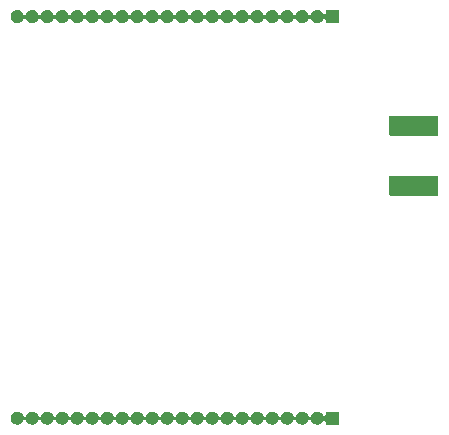
<source format=gbr>
G04 #@! TF.GenerationSoftware,KiCad,Pcbnew,5.99.0-unknown-df3fabf~86~ubuntu18.04.1*
G04 #@! TF.CreationDate,2019-10-25T19:04:56-04:00*
G04 #@! TF.ProjectId,bc95_bc35_module_board,62633935-5f62-4633-9335-5f6d6f64756c,rev?*
G04 #@! TF.SameCoordinates,Original*
G04 #@! TF.FileFunction,Soldermask,Bot*
G04 #@! TF.FilePolarity,Negative*
%FSLAX46Y46*%
G04 Gerber Fmt 4.6, Leading zero omitted, Abs format (unit mm)*
G04 Created by KiCad (PCBNEW 5.99.0-unknown-df3fabf~86~ubuntu18.04.1) date 2019-10-25 19:04:56*
%MOMM*%
%LPD*%
G04 APERTURE LIST*
G04 APERTURE END LIST*
G36*
X161519899Y-116451959D02*
G01*
X161536769Y-116463231D01*
X161548041Y-116480101D01*
X161554448Y-116512312D01*
X161554448Y-117487688D01*
X161551999Y-117500000D01*
X161548041Y-117519899D01*
X161536769Y-117536769D01*
X161519899Y-117548041D01*
X161500000Y-117551999D01*
X161487688Y-117554448D01*
X160512312Y-117554448D01*
X160480101Y-117548041D01*
X160463231Y-117536769D01*
X160451959Y-117519899D01*
X160445552Y-117487688D01*
X160445552Y-117329367D01*
X160425709Y-117261787D01*
X160372479Y-117215664D01*
X160302764Y-117205640D01*
X160238696Y-117234899D01*
X160224798Y-117252374D01*
X160222889Y-117257676D01*
X160200073Y-117289781D01*
X160185779Y-117316777D01*
X160161608Y-117343906D01*
X160135438Y-117380731D01*
X160111601Y-117400034D01*
X160097063Y-117416351D01*
X160059967Y-117441846D01*
X160018116Y-117475736D01*
X159997971Y-117484453D01*
X159987151Y-117491890D01*
X159936956Y-117510858D01*
X159879568Y-117535692D01*
X159866497Y-117537482D01*
X159862402Y-117539030D01*
X159800634Y-117546504D01*
X159767815Y-117551000D01*
X159698568Y-117551000D01*
X159591657Y-117537494D01*
X159531208Y-117513926D01*
X159503781Y-117508096D01*
X159482648Y-117494993D01*
X159467708Y-117489168D01*
X159426172Y-117459976D01*
X159375478Y-117428544D01*
X159364569Y-117416680D01*
X159358598Y-117412484D01*
X159319558Y-117367731D01*
X159273293Y-117317419D01*
X159239505Y-117251107D01*
X159206534Y-117187226D01*
X159157906Y-117136275D01*
X159089451Y-117119702D01*
X159022903Y-117142770D01*
X158984988Y-117186066D01*
X158965247Y-117223349D01*
X158952889Y-117257676D01*
X158930072Y-117289782D01*
X158915779Y-117316777D01*
X158891608Y-117343906D01*
X158865438Y-117380731D01*
X158841601Y-117400034D01*
X158827063Y-117416351D01*
X158789967Y-117441846D01*
X158748116Y-117475736D01*
X158727971Y-117484453D01*
X158717151Y-117491890D01*
X158666956Y-117510858D01*
X158609568Y-117535692D01*
X158596497Y-117537482D01*
X158592402Y-117539030D01*
X158530634Y-117546504D01*
X158497815Y-117551000D01*
X158428568Y-117551000D01*
X158321657Y-117537494D01*
X158261208Y-117513926D01*
X158233781Y-117508096D01*
X158212648Y-117494993D01*
X158197708Y-117489168D01*
X158156172Y-117459976D01*
X158105478Y-117428544D01*
X158094569Y-117416680D01*
X158088598Y-117412484D01*
X158049558Y-117367731D01*
X158003293Y-117317419D01*
X157969505Y-117251107D01*
X157936534Y-117187226D01*
X157887906Y-117136275D01*
X157819451Y-117119702D01*
X157752903Y-117142770D01*
X157714988Y-117186066D01*
X157695247Y-117223349D01*
X157682889Y-117257676D01*
X157660072Y-117289782D01*
X157645779Y-117316777D01*
X157621608Y-117343906D01*
X157595438Y-117380731D01*
X157571601Y-117400034D01*
X157557063Y-117416351D01*
X157519967Y-117441846D01*
X157478116Y-117475736D01*
X157457971Y-117484453D01*
X157447151Y-117491890D01*
X157396956Y-117510858D01*
X157339568Y-117535692D01*
X157326497Y-117537482D01*
X157322402Y-117539030D01*
X157260634Y-117546504D01*
X157227815Y-117551000D01*
X157158568Y-117551000D01*
X157051657Y-117537494D01*
X156991208Y-117513926D01*
X156963781Y-117508096D01*
X156942648Y-117494993D01*
X156927708Y-117489168D01*
X156886172Y-117459976D01*
X156835478Y-117428544D01*
X156824569Y-117416680D01*
X156818598Y-117412484D01*
X156779558Y-117367731D01*
X156733293Y-117317419D01*
X156699505Y-117251107D01*
X156666534Y-117187226D01*
X156617906Y-117136275D01*
X156549451Y-117119702D01*
X156482903Y-117142770D01*
X156444988Y-117186066D01*
X156425247Y-117223349D01*
X156412889Y-117257676D01*
X156390072Y-117289782D01*
X156375779Y-117316777D01*
X156351608Y-117343906D01*
X156325438Y-117380731D01*
X156301601Y-117400034D01*
X156287063Y-117416351D01*
X156249967Y-117441846D01*
X156208116Y-117475736D01*
X156187971Y-117484453D01*
X156177151Y-117491890D01*
X156126956Y-117510858D01*
X156069568Y-117535692D01*
X156056497Y-117537482D01*
X156052402Y-117539030D01*
X155990634Y-117546504D01*
X155957815Y-117551000D01*
X155888568Y-117551000D01*
X155781657Y-117537494D01*
X155721208Y-117513926D01*
X155693781Y-117508096D01*
X155672648Y-117494993D01*
X155657708Y-117489168D01*
X155616172Y-117459976D01*
X155565478Y-117428544D01*
X155554569Y-117416680D01*
X155548598Y-117412484D01*
X155509558Y-117367731D01*
X155463293Y-117317419D01*
X155429505Y-117251107D01*
X155396534Y-117187226D01*
X155347906Y-117136275D01*
X155279451Y-117119702D01*
X155212903Y-117142770D01*
X155174988Y-117186066D01*
X155155247Y-117223349D01*
X155142889Y-117257676D01*
X155120072Y-117289782D01*
X155105779Y-117316777D01*
X155081608Y-117343906D01*
X155055438Y-117380731D01*
X155031601Y-117400034D01*
X155017063Y-117416351D01*
X154979967Y-117441846D01*
X154938116Y-117475736D01*
X154917971Y-117484453D01*
X154907151Y-117491890D01*
X154856956Y-117510858D01*
X154799568Y-117535692D01*
X154786497Y-117537482D01*
X154782402Y-117539030D01*
X154720634Y-117546504D01*
X154687815Y-117551000D01*
X154618568Y-117551000D01*
X154511657Y-117537494D01*
X154451208Y-117513926D01*
X154423781Y-117508096D01*
X154402648Y-117494993D01*
X154387708Y-117489168D01*
X154346172Y-117459976D01*
X154295478Y-117428544D01*
X154284569Y-117416680D01*
X154278598Y-117412484D01*
X154239558Y-117367731D01*
X154193293Y-117317419D01*
X154159505Y-117251107D01*
X154126534Y-117187226D01*
X154077906Y-117136275D01*
X154009451Y-117119702D01*
X153942903Y-117142770D01*
X153904988Y-117186066D01*
X153885247Y-117223349D01*
X153872889Y-117257676D01*
X153850072Y-117289782D01*
X153835779Y-117316777D01*
X153811608Y-117343906D01*
X153785438Y-117380731D01*
X153761601Y-117400034D01*
X153747063Y-117416351D01*
X153709967Y-117441846D01*
X153668116Y-117475736D01*
X153647971Y-117484453D01*
X153637151Y-117491890D01*
X153586956Y-117510858D01*
X153529568Y-117535692D01*
X153516497Y-117537482D01*
X153512402Y-117539030D01*
X153450634Y-117546504D01*
X153417815Y-117551000D01*
X153348568Y-117551000D01*
X153241657Y-117537494D01*
X153181208Y-117513926D01*
X153153781Y-117508096D01*
X153132648Y-117494993D01*
X153117708Y-117489168D01*
X153076172Y-117459976D01*
X153025478Y-117428544D01*
X153014569Y-117416680D01*
X153008598Y-117412484D01*
X152969558Y-117367731D01*
X152923293Y-117317419D01*
X152889505Y-117251107D01*
X152856534Y-117187226D01*
X152807906Y-117136275D01*
X152739451Y-117119702D01*
X152672903Y-117142770D01*
X152634988Y-117186066D01*
X152615247Y-117223349D01*
X152602889Y-117257676D01*
X152580072Y-117289782D01*
X152565779Y-117316777D01*
X152541608Y-117343906D01*
X152515438Y-117380731D01*
X152491601Y-117400034D01*
X152477063Y-117416351D01*
X152439967Y-117441846D01*
X152398116Y-117475736D01*
X152377971Y-117484453D01*
X152367151Y-117491890D01*
X152316956Y-117510858D01*
X152259568Y-117535692D01*
X152246497Y-117537482D01*
X152242402Y-117539030D01*
X152180634Y-117546504D01*
X152147815Y-117551000D01*
X152078568Y-117551000D01*
X151971657Y-117537494D01*
X151911208Y-117513926D01*
X151883781Y-117508096D01*
X151862648Y-117494993D01*
X151847708Y-117489168D01*
X151806172Y-117459976D01*
X151755478Y-117428544D01*
X151744569Y-117416680D01*
X151738598Y-117412484D01*
X151699558Y-117367731D01*
X151653293Y-117317419D01*
X151619505Y-117251107D01*
X151586534Y-117187226D01*
X151537906Y-117136275D01*
X151469451Y-117119702D01*
X151402903Y-117142770D01*
X151364988Y-117186066D01*
X151345247Y-117223349D01*
X151332889Y-117257676D01*
X151310072Y-117289782D01*
X151295779Y-117316777D01*
X151271608Y-117343906D01*
X151245438Y-117380731D01*
X151221601Y-117400034D01*
X151207063Y-117416351D01*
X151169967Y-117441846D01*
X151128116Y-117475736D01*
X151107971Y-117484453D01*
X151097151Y-117491890D01*
X151046956Y-117510858D01*
X150989568Y-117535692D01*
X150976497Y-117537482D01*
X150972402Y-117539030D01*
X150910634Y-117546504D01*
X150877815Y-117551000D01*
X150808568Y-117551000D01*
X150701657Y-117537494D01*
X150641208Y-117513926D01*
X150613781Y-117508096D01*
X150592648Y-117494993D01*
X150577708Y-117489168D01*
X150536172Y-117459976D01*
X150485478Y-117428544D01*
X150474569Y-117416680D01*
X150468598Y-117412484D01*
X150429558Y-117367731D01*
X150383293Y-117317419D01*
X150349505Y-117251107D01*
X150316534Y-117187226D01*
X150267906Y-117136275D01*
X150199451Y-117119702D01*
X150132903Y-117142770D01*
X150094988Y-117186066D01*
X150075247Y-117223349D01*
X150062889Y-117257676D01*
X150040072Y-117289782D01*
X150025779Y-117316777D01*
X150001608Y-117343906D01*
X149975438Y-117380731D01*
X149951601Y-117400034D01*
X149937063Y-117416351D01*
X149899967Y-117441846D01*
X149858116Y-117475736D01*
X149837971Y-117484453D01*
X149827151Y-117491890D01*
X149776956Y-117510858D01*
X149719568Y-117535692D01*
X149706497Y-117537482D01*
X149702402Y-117539030D01*
X149640634Y-117546504D01*
X149607815Y-117551000D01*
X149538568Y-117551000D01*
X149431657Y-117537494D01*
X149371208Y-117513926D01*
X149343781Y-117508096D01*
X149322648Y-117494993D01*
X149307708Y-117489168D01*
X149266172Y-117459976D01*
X149215478Y-117428544D01*
X149204569Y-117416680D01*
X149198598Y-117412484D01*
X149159558Y-117367731D01*
X149113293Y-117317419D01*
X149079505Y-117251107D01*
X149046534Y-117187226D01*
X148997906Y-117136275D01*
X148929451Y-117119702D01*
X148862903Y-117142770D01*
X148824988Y-117186066D01*
X148805247Y-117223349D01*
X148792889Y-117257676D01*
X148770072Y-117289782D01*
X148755779Y-117316777D01*
X148731608Y-117343906D01*
X148705438Y-117380731D01*
X148681601Y-117400034D01*
X148667063Y-117416351D01*
X148629967Y-117441846D01*
X148588116Y-117475736D01*
X148567971Y-117484453D01*
X148557151Y-117491890D01*
X148506956Y-117510858D01*
X148449568Y-117535692D01*
X148436497Y-117537482D01*
X148432402Y-117539030D01*
X148370634Y-117546504D01*
X148337815Y-117551000D01*
X148268568Y-117551000D01*
X148161657Y-117537494D01*
X148101208Y-117513926D01*
X148073781Y-117508096D01*
X148052648Y-117494993D01*
X148037708Y-117489168D01*
X147996172Y-117459976D01*
X147945478Y-117428544D01*
X147934569Y-117416680D01*
X147928598Y-117412484D01*
X147889558Y-117367731D01*
X147843293Y-117317419D01*
X147809505Y-117251107D01*
X147776534Y-117187226D01*
X147727906Y-117136275D01*
X147659451Y-117119702D01*
X147592903Y-117142770D01*
X147554988Y-117186066D01*
X147535247Y-117223349D01*
X147522889Y-117257676D01*
X147500072Y-117289782D01*
X147485779Y-117316777D01*
X147461608Y-117343906D01*
X147435438Y-117380731D01*
X147411601Y-117400034D01*
X147397063Y-117416351D01*
X147359967Y-117441846D01*
X147318116Y-117475736D01*
X147297971Y-117484453D01*
X147287151Y-117491890D01*
X147236956Y-117510858D01*
X147179568Y-117535692D01*
X147166497Y-117537482D01*
X147162402Y-117539030D01*
X147100634Y-117546504D01*
X147067815Y-117551000D01*
X146998568Y-117551000D01*
X146891657Y-117537494D01*
X146831208Y-117513926D01*
X146803781Y-117508096D01*
X146782648Y-117494993D01*
X146767708Y-117489168D01*
X146726172Y-117459976D01*
X146675478Y-117428544D01*
X146664569Y-117416680D01*
X146658598Y-117412484D01*
X146619558Y-117367731D01*
X146573293Y-117317419D01*
X146539505Y-117251107D01*
X146506534Y-117187226D01*
X146457906Y-117136275D01*
X146389451Y-117119702D01*
X146322903Y-117142770D01*
X146284988Y-117186066D01*
X146265247Y-117223349D01*
X146252889Y-117257676D01*
X146230072Y-117289782D01*
X146215779Y-117316777D01*
X146191608Y-117343906D01*
X146165438Y-117380731D01*
X146141601Y-117400034D01*
X146127063Y-117416351D01*
X146089967Y-117441846D01*
X146048116Y-117475736D01*
X146027971Y-117484453D01*
X146017151Y-117491890D01*
X145966956Y-117510858D01*
X145909568Y-117535692D01*
X145896497Y-117537482D01*
X145892402Y-117539030D01*
X145830634Y-117546504D01*
X145797815Y-117551000D01*
X145728568Y-117551000D01*
X145621657Y-117537494D01*
X145561208Y-117513926D01*
X145533781Y-117508096D01*
X145512648Y-117494993D01*
X145497708Y-117489168D01*
X145456172Y-117459976D01*
X145405478Y-117428544D01*
X145394569Y-117416680D01*
X145388598Y-117412484D01*
X145349558Y-117367731D01*
X145303293Y-117317419D01*
X145269505Y-117251107D01*
X145236534Y-117187226D01*
X145187906Y-117136275D01*
X145119451Y-117119702D01*
X145052903Y-117142770D01*
X145014988Y-117186066D01*
X144995247Y-117223349D01*
X144982889Y-117257676D01*
X144960072Y-117289782D01*
X144945779Y-117316777D01*
X144921608Y-117343906D01*
X144895438Y-117380731D01*
X144871601Y-117400034D01*
X144857063Y-117416351D01*
X144819967Y-117441846D01*
X144778116Y-117475736D01*
X144757971Y-117484453D01*
X144747151Y-117491890D01*
X144696956Y-117510858D01*
X144639568Y-117535692D01*
X144626497Y-117537482D01*
X144622402Y-117539030D01*
X144560634Y-117546504D01*
X144527815Y-117551000D01*
X144458568Y-117551000D01*
X144351657Y-117537494D01*
X144291208Y-117513926D01*
X144263781Y-117508096D01*
X144242648Y-117494993D01*
X144227708Y-117489168D01*
X144186172Y-117459976D01*
X144135478Y-117428544D01*
X144124569Y-117416680D01*
X144118598Y-117412484D01*
X144079558Y-117367731D01*
X144033293Y-117317419D01*
X143999505Y-117251107D01*
X143966534Y-117187226D01*
X143917906Y-117136275D01*
X143849451Y-117119702D01*
X143782903Y-117142770D01*
X143744988Y-117186066D01*
X143725247Y-117223349D01*
X143712889Y-117257676D01*
X143690072Y-117289782D01*
X143675779Y-117316777D01*
X143651608Y-117343906D01*
X143625438Y-117380731D01*
X143601601Y-117400034D01*
X143587063Y-117416351D01*
X143549967Y-117441846D01*
X143508116Y-117475736D01*
X143487971Y-117484453D01*
X143477151Y-117491890D01*
X143426956Y-117510858D01*
X143369568Y-117535692D01*
X143356497Y-117537482D01*
X143352402Y-117539030D01*
X143290634Y-117546504D01*
X143257815Y-117551000D01*
X143188568Y-117551000D01*
X143081657Y-117537494D01*
X143021208Y-117513926D01*
X142993781Y-117508096D01*
X142972648Y-117494993D01*
X142957708Y-117489168D01*
X142916172Y-117459976D01*
X142865478Y-117428544D01*
X142854569Y-117416680D01*
X142848598Y-117412484D01*
X142809558Y-117367731D01*
X142763293Y-117317419D01*
X142729505Y-117251107D01*
X142696534Y-117187226D01*
X142647906Y-117136275D01*
X142579451Y-117119702D01*
X142512903Y-117142770D01*
X142474988Y-117186066D01*
X142455247Y-117223349D01*
X142442889Y-117257676D01*
X142420072Y-117289782D01*
X142405779Y-117316777D01*
X142381608Y-117343906D01*
X142355438Y-117380731D01*
X142331601Y-117400034D01*
X142317063Y-117416351D01*
X142279967Y-117441846D01*
X142238116Y-117475736D01*
X142217971Y-117484453D01*
X142207151Y-117491890D01*
X142156956Y-117510858D01*
X142099568Y-117535692D01*
X142086497Y-117537482D01*
X142082402Y-117539030D01*
X142020634Y-117546504D01*
X141987815Y-117551000D01*
X141918568Y-117551000D01*
X141811657Y-117537494D01*
X141751208Y-117513926D01*
X141723781Y-117508096D01*
X141702648Y-117494993D01*
X141687708Y-117489168D01*
X141646172Y-117459976D01*
X141595478Y-117428544D01*
X141584569Y-117416680D01*
X141578598Y-117412484D01*
X141539558Y-117367731D01*
X141493293Y-117317419D01*
X141459505Y-117251107D01*
X141426534Y-117187226D01*
X141377906Y-117136275D01*
X141309451Y-117119702D01*
X141242903Y-117142770D01*
X141204988Y-117186066D01*
X141185247Y-117223349D01*
X141172889Y-117257676D01*
X141150072Y-117289782D01*
X141135779Y-117316777D01*
X141111608Y-117343906D01*
X141085438Y-117380731D01*
X141061601Y-117400034D01*
X141047063Y-117416351D01*
X141009967Y-117441846D01*
X140968116Y-117475736D01*
X140947971Y-117484453D01*
X140937151Y-117491890D01*
X140886956Y-117510858D01*
X140829568Y-117535692D01*
X140816497Y-117537482D01*
X140812402Y-117539030D01*
X140750634Y-117546504D01*
X140717815Y-117551000D01*
X140648568Y-117551000D01*
X140541657Y-117537494D01*
X140481208Y-117513926D01*
X140453781Y-117508096D01*
X140432648Y-117494993D01*
X140417708Y-117489168D01*
X140376172Y-117459976D01*
X140325478Y-117428544D01*
X140314569Y-117416680D01*
X140308598Y-117412484D01*
X140269558Y-117367731D01*
X140223293Y-117317419D01*
X140189505Y-117251107D01*
X140156534Y-117187226D01*
X140107906Y-117136275D01*
X140039451Y-117119702D01*
X139972903Y-117142770D01*
X139934988Y-117186066D01*
X139915247Y-117223349D01*
X139902889Y-117257676D01*
X139880072Y-117289782D01*
X139865779Y-117316777D01*
X139841608Y-117343906D01*
X139815438Y-117380731D01*
X139791601Y-117400034D01*
X139777063Y-117416351D01*
X139739967Y-117441846D01*
X139698116Y-117475736D01*
X139677971Y-117484453D01*
X139667151Y-117491890D01*
X139616956Y-117510858D01*
X139559568Y-117535692D01*
X139546497Y-117537482D01*
X139542402Y-117539030D01*
X139480634Y-117546504D01*
X139447815Y-117551000D01*
X139378568Y-117551000D01*
X139271657Y-117537494D01*
X139211208Y-117513926D01*
X139183781Y-117508096D01*
X139162648Y-117494993D01*
X139147708Y-117489168D01*
X139106172Y-117459976D01*
X139055478Y-117428544D01*
X139044569Y-117416680D01*
X139038598Y-117412484D01*
X138999558Y-117367731D01*
X138953293Y-117317419D01*
X138919505Y-117251107D01*
X138886534Y-117187226D01*
X138837906Y-117136275D01*
X138769451Y-117119702D01*
X138702903Y-117142770D01*
X138664988Y-117186066D01*
X138645247Y-117223349D01*
X138632889Y-117257676D01*
X138610072Y-117289782D01*
X138595779Y-117316777D01*
X138571608Y-117343906D01*
X138545438Y-117380731D01*
X138521601Y-117400034D01*
X138507063Y-117416351D01*
X138469967Y-117441846D01*
X138428116Y-117475736D01*
X138407971Y-117484453D01*
X138397151Y-117491890D01*
X138346956Y-117510858D01*
X138289568Y-117535692D01*
X138276497Y-117537482D01*
X138272402Y-117539030D01*
X138210634Y-117546504D01*
X138177815Y-117551000D01*
X138108568Y-117551000D01*
X138001657Y-117537494D01*
X137941208Y-117513926D01*
X137913781Y-117508096D01*
X137892648Y-117494993D01*
X137877708Y-117489168D01*
X137836172Y-117459976D01*
X137785478Y-117428544D01*
X137774569Y-117416680D01*
X137768598Y-117412484D01*
X137729558Y-117367731D01*
X137683293Y-117317419D01*
X137649505Y-117251107D01*
X137616534Y-117187226D01*
X137567906Y-117136275D01*
X137499451Y-117119702D01*
X137432903Y-117142770D01*
X137394988Y-117186066D01*
X137375247Y-117223349D01*
X137362889Y-117257676D01*
X137340072Y-117289782D01*
X137325779Y-117316777D01*
X137301608Y-117343906D01*
X137275438Y-117380731D01*
X137251601Y-117400034D01*
X137237063Y-117416351D01*
X137199967Y-117441846D01*
X137158116Y-117475736D01*
X137137971Y-117484453D01*
X137127151Y-117491890D01*
X137076956Y-117510858D01*
X137019568Y-117535692D01*
X137006497Y-117537482D01*
X137002402Y-117539030D01*
X136940634Y-117546504D01*
X136907815Y-117551000D01*
X136838568Y-117551000D01*
X136731657Y-117537494D01*
X136671208Y-117513926D01*
X136643781Y-117508096D01*
X136622648Y-117494993D01*
X136607708Y-117489168D01*
X136566172Y-117459976D01*
X136515478Y-117428544D01*
X136504569Y-117416680D01*
X136498598Y-117412484D01*
X136459558Y-117367731D01*
X136413293Y-117317419D01*
X136379505Y-117251107D01*
X136346534Y-117187226D01*
X136297906Y-117136275D01*
X136229451Y-117119702D01*
X136162903Y-117142770D01*
X136124988Y-117186066D01*
X136105247Y-117223349D01*
X136092889Y-117257676D01*
X136070072Y-117289782D01*
X136055779Y-117316777D01*
X136031608Y-117343906D01*
X136005438Y-117380731D01*
X135981601Y-117400034D01*
X135967063Y-117416351D01*
X135929967Y-117441846D01*
X135888116Y-117475736D01*
X135867971Y-117484453D01*
X135857151Y-117491890D01*
X135806956Y-117510858D01*
X135749568Y-117535692D01*
X135736497Y-117537482D01*
X135732402Y-117539030D01*
X135670634Y-117546504D01*
X135637815Y-117551000D01*
X135568568Y-117551000D01*
X135461657Y-117537494D01*
X135401208Y-117513926D01*
X135373781Y-117508096D01*
X135352648Y-117494993D01*
X135337708Y-117489168D01*
X135296172Y-117459976D01*
X135245478Y-117428544D01*
X135234569Y-117416680D01*
X135228598Y-117412484D01*
X135189558Y-117367731D01*
X135143293Y-117317419D01*
X135109505Y-117251107D01*
X135076534Y-117187226D01*
X135027906Y-117136275D01*
X134959451Y-117119702D01*
X134892903Y-117142770D01*
X134854988Y-117186066D01*
X134835247Y-117223349D01*
X134822889Y-117257676D01*
X134800072Y-117289782D01*
X134785779Y-117316777D01*
X134761608Y-117343906D01*
X134735438Y-117380731D01*
X134711601Y-117400034D01*
X134697063Y-117416351D01*
X134659967Y-117441846D01*
X134618116Y-117475736D01*
X134597971Y-117484453D01*
X134587151Y-117491890D01*
X134536956Y-117510858D01*
X134479568Y-117535692D01*
X134466497Y-117537482D01*
X134462402Y-117539030D01*
X134400634Y-117546504D01*
X134367815Y-117551000D01*
X134298568Y-117551000D01*
X134191657Y-117537494D01*
X134131208Y-117513926D01*
X134103781Y-117508096D01*
X134082648Y-117494993D01*
X134067708Y-117489168D01*
X134026172Y-117459976D01*
X133975478Y-117428544D01*
X133964569Y-117416680D01*
X133958598Y-117412484D01*
X133919558Y-117367731D01*
X133873293Y-117317419D01*
X133839500Y-117251097D01*
X133809760Y-117193476D01*
X133809420Y-117192061D01*
X133804757Y-117182909D01*
X133791822Y-117118760D01*
X133778626Y-117063796D01*
X133778680Y-117053583D01*
X133774917Y-117034923D01*
X133779074Y-116978318D01*
X133779325Y-116930434D01*
X133783940Y-116912060D01*
X133785974Y-116884364D01*
X133802256Y-116839139D01*
X133811813Y-116801089D01*
X133824753Y-116776650D01*
X133837111Y-116742324D01*
X133859928Y-116710218D01*
X133874221Y-116683223D01*
X133898392Y-116656094D01*
X133924562Y-116619269D01*
X133948399Y-116599966D01*
X133962937Y-116583649D01*
X134000033Y-116558154D01*
X134041884Y-116524264D01*
X134062029Y-116515547D01*
X134072849Y-116508110D01*
X134123044Y-116489142D01*
X134180432Y-116464308D01*
X134193503Y-116462518D01*
X134197598Y-116460970D01*
X134259366Y-116453496D01*
X134292185Y-116449000D01*
X134361432Y-116449000D01*
X134468343Y-116462506D01*
X134528792Y-116486074D01*
X134556219Y-116491904D01*
X134577352Y-116505007D01*
X134592292Y-116510832D01*
X134633828Y-116540024D01*
X134684522Y-116571456D01*
X134695431Y-116583320D01*
X134701402Y-116587516D01*
X134740442Y-116632269D01*
X134786707Y-116682581D01*
X134820495Y-116748893D01*
X134853466Y-116812774D01*
X134902094Y-116863725D01*
X134970549Y-116880298D01*
X135037097Y-116857230D01*
X135075012Y-116813934D01*
X135094753Y-116776651D01*
X135107111Y-116742324D01*
X135129928Y-116710218D01*
X135144221Y-116683223D01*
X135168392Y-116656094D01*
X135194562Y-116619269D01*
X135218399Y-116599966D01*
X135232937Y-116583649D01*
X135270033Y-116558154D01*
X135311884Y-116524264D01*
X135332029Y-116515547D01*
X135342849Y-116508110D01*
X135393044Y-116489142D01*
X135450432Y-116464308D01*
X135463503Y-116462518D01*
X135467598Y-116460970D01*
X135529366Y-116453496D01*
X135562185Y-116449000D01*
X135631432Y-116449000D01*
X135738343Y-116462506D01*
X135798792Y-116486074D01*
X135826219Y-116491904D01*
X135847352Y-116505007D01*
X135862292Y-116510832D01*
X135903828Y-116540024D01*
X135954522Y-116571456D01*
X135965431Y-116583320D01*
X135971402Y-116587516D01*
X136010442Y-116632269D01*
X136056707Y-116682581D01*
X136090495Y-116748893D01*
X136123466Y-116812774D01*
X136172094Y-116863725D01*
X136240549Y-116880298D01*
X136307097Y-116857230D01*
X136345012Y-116813934D01*
X136364753Y-116776651D01*
X136377111Y-116742324D01*
X136399928Y-116710218D01*
X136414221Y-116683223D01*
X136438392Y-116656094D01*
X136464562Y-116619269D01*
X136488399Y-116599966D01*
X136502937Y-116583649D01*
X136540033Y-116558154D01*
X136581884Y-116524264D01*
X136602029Y-116515547D01*
X136612849Y-116508110D01*
X136663044Y-116489142D01*
X136720432Y-116464308D01*
X136733503Y-116462518D01*
X136737598Y-116460970D01*
X136799366Y-116453496D01*
X136832185Y-116449000D01*
X136901432Y-116449000D01*
X137008343Y-116462506D01*
X137068792Y-116486074D01*
X137096219Y-116491904D01*
X137117352Y-116505007D01*
X137132292Y-116510832D01*
X137173828Y-116540024D01*
X137224522Y-116571456D01*
X137235431Y-116583320D01*
X137241402Y-116587516D01*
X137280442Y-116632269D01*
X137326707Y-116682581D01*
X137360495Y-116748893D01*
X137393466Y-116812774D01*
X137442094Y-116863725D01*
X137510549Y-116880298D01*
X137577097Y-116857230D01*
X137615012Y-116813934D01*
X137634753Y-116776651D01*
X137647111Y-116742324D01*
X137669928Y-116710218D01*
X137684221Y-116683223D01*
X137708392Y-116656094D01*
X137734562Y-116619269D01*
X137758399Y-116599966D01*
X137772937Y-116583649D01*
X137810033Y-116558154D01*
X137851884Y-116524264D01*
X137872029Y-116515547D01*
X137882849Y-116508110D01*
X137933044Y-116489142D01*
X137990432Y-116464308D01*
X138003503Y-116462518D01*
X138007598Y-116460970D01*
X138069366Y-116453496D01*
X138102185Y-116449000D01*
X138171432Y-116449000D01*
X138278343Y-116462506D01*
X138338792Y-116486074D01*
X138366219Y-116491904D01*
X138387352Y-116505007D01*
X138402292Y-116510832D01*
X138443828Y-116540024D01*
X138494522Y-116571456D01*
X138505431Y-116583320D01*
X138511402Y-116587516D01*
X138550442Y-116632269D01*
X138596707Y-116682581D01*
X138630495Y-116748893D01*
X138663466Y-116812774D01*
X138712094Y-116863725D01*
X138780549Y-116880298D01*
X138847097Y-116857230D01*
X138885012Y-116813934D01*
X138904753Y-116776651D01*
X138917111Y-116742324D01*
X138939928Y-116710218D01*
X138954221Y-116683223D01*
X138978392Y-116656094D01*
X139004562Y-116619269D01*
X139028399Y-116599966D01*
X139042937Y-116583649D01*
X139080033Y-116558154D01*
X139121884Y-116524264D01*
X139142029Y-116515547D01*
X139152849Y-116508110D01*
X139203044Y-116489142D01*
X139260432Y-116464308D01*
X139273503Y-116462518D01*
X139277598Y-116460970D01*
X139339366Y-116453496D01*
X139372185Y-116449000D01*
X139441432Y-116449000D01*
X139548343Y-116462506D01*
X139608792Y-116486074D01*
X139636219Y-116491904D01*
X139657352Y-116505007D01*
X139672292Y-116510832D01*
X139713828Y-116540024D01*
X139764522Y-116571456D01*
X139775431Y-116583320D01*
X139781402Y-116587516D01*
X139820442Y-116632269D01*
X139866707Y-116682581D01*
X139900495Y-116748893D01*
X139933466Y-116812774D01*
X139982094Y-116863725D01*
X140050549Y-116880298D01*
X140117097Y-116857230D01*
X140155012Y-116813934D01*
X140174753Y-116776651D01*
X140187111Y-116742324D01*
X140209928Y-116710218D01*
X140224221Y-116683223D01*
X140248392Y-116656094D01*
X140274562Y-116619269D01*
X140298399Y-116599966D01*
X140312937Y-116583649D01*
X140350033Y-116558154D01*
X140391884Y-116524264D01*
X140412029Y-116515547D01*
X140422849Y-116508110D01*
X140473044Y-116489142D01*
X140530432Y-116464308D01*
X140543503Y-116462518D01*
X140547598Y-116460970D01*
X140609366Y-116453496D01*
X140642185Y-116449000D01*
X140711432Y-116449000D01*
X140818343Y-116462506D01*
X140878792Y-116486074D01*
X140906219Y-116491904D01*
X140927352Y-116505007D01*
X140942292Y-116510832D01*
X140983828Y-116540024D01*
X141034522Y-116571456D01*
X141045431Y-116583320D01*
X141051402Y-116587516D01*
X141090442Y-116632269D01*
X141136707Y-116682581D01*
X141170495Y-116748893D01*
X141203466Y-116812774D01*
X141252094Y-116863725D01*
X141320549Y-116880298D01*
X141387097Y-116857230D01*
X141425012Y-116813934D01*
X141444753Y-116776651D01*
X141457111Y-116742324D01*
X141479928Y-116710218D01*
X141494221Y-116683223D01*
X141518392Y-116656094D01*
X141544562Y-116619269D01*
X141568399Y-116599966D01*
X141582937Y-116583649D01*
X141620033Y-116558154D01*
X141661884Y-116524264D01*
X141682029Y-116515547D01*
X141692849Y-116508110D01*
X141743044Y-116489142D01*
X141800432Y-116464308D01*
X141813503Y-116462518D01*
X141817598Y-116460970D01*
X141879366Y-116453496D01*
X141912185Y-116449000D01*
X141981432Y-116449000D01*
X142088343Y-116462506D01*
X142148792Y-116486074D01*
X142176219Y-116491904D01*
X142197352Y-116505007D01*
X142212292Y-116510832D01*
X142253828Y-116540024D01*
X142304522Y-116571456D01*
X142315431Y-116583320D01*
X142321402Y-116587516D01*
X142360442Y-116632269D01*
X142406707Y-116682581D01*
X142440495Y-116748893D01*
X142473466Y-116812774D01*
X142522094Y-116863725D01*
X142590549Y-116880298D01*
X142657097Y-116857230D01*
X142695012Y-116813934D01*
X142714753Y-116776651D01*
X142727111Y-116742324D01*
X142749928Y-116710218D01*
X142764221Y-116683223D01*
X142788392Y-116656094D01*
X142814562Y-116619269D01*
X142838399Y-116599966D01*
X142852937Y-116583649D01*
X142890033Y-116558154D01*
X142931884Y-116524264D01*
X142952029Y-116515547D01*
X142962849Y-116508110D01*
X143013044Y-116489142D01*
X143070432Y-116464308D01*
X143083503Y-116462518D01*
X143087598Y-116460970D01*
X143149366Y-116453496D01*
X143182185Y-116449000D01*
X143251432Y-116449000D01*
X143358343Y-116462506D01*
X143418792Y-116486074D01*
X143446219Y-116491904D01*
X143467352Y-116505007D01*
X143482292Y-116510832D01*
X143523828Y-116540024D01*
X143574522Y-116571456D01*
X143585431Y-116583320D01*
X143591402Y-116587516D01*
X143630442Y-116632269D01*
X143676707Y-116682581D01*
X143710495Y-116748893D01*
X143743466Y-116812774D01*
X143792094Y-116863725D01*
X143860549Y-116880298D01*
X143927097Y-116857230D01*
X143965012Y-116813934D01*
X143984753Y-116776651D01*
X143997111Y-116742324D01*
X144019928Y-116710218D01*
X144034221Y-116683223D01*
X144058392Y-116656094D01*
X144084562Y-116619269D01*
X144108399Y-116599966D01*
X144122937Y-116583649D01*
X144160033Y-116558154D01*
X144201884Y-116524264D01*
X144222029Y-116515547D01*
X144232849Y-116508110D01*
X144283044Y-116489142D01*
X144340432Y-116464308D01*
X144353503Y-116462518D01*
X144357598Y-116460970D01*
X144419366Y-116453496D01*
X144452185Y-116449000D01*
X144521432Y-116449000D01*
X144628343Y-116462506D01*
X144688792Y-116486074D01*
X144716219Y-116491904D01*
X144737352Y-116505007D01*
X144752292Y-116510832D01*
X144793828Y-116540024D01*
X144844522Y-116571456D01*
X144855431Y-116583320D01*
X144861402Y-116587516D01*
X144900442Y-116632269D01*
X144946707Y-116682581D01*
X144980495Y-116748893D01*
X145013466Y-116812774D01*
X145062094Y-116863725D01*
X145130549Y-116880298D01*
X145197097Y-116857230D01*
X145235012Y-116813934D01*
X145254753Y-116776651D01*
X145267111Y-116742324D01*
X145289928Y-116710218D01*
X145304221Y-116683223D01*
X145328392Y-116656094D01*
X145354562Y-116619269D01*
X145378399Y-116599966D01*
X145392937Y-116583649D01*
X145430033Y-116558154D01*
X145471884Y-116524264D01*
X145492029Y-116515547D01*
X145502849Y-116508110D01*
X145553044Y-116489142D01*
X145610432Y-116464308D01*
X145623503Y-116462518D01*
X145627598Y-116460970D01*
X145689366Y-116453496D01*
X145722185Y-116449000D01*
X145791432Y-116449000D01*
X145898343Y-116462506D01*
X145958792Y-116486074D01*
X145986219Y-116491904D01*
X146007352Y-116505007D01*
X146022292Y-116510832D01*
X146063828Y-116540024D01*
X146114522Y-116571456D01*
X146125431Y-116583320D01*
X146131402Y-116587516D01*
X146170442Y-116632269D01*
X146216707Y-116682581D01*
X146250495Y-116748893D01*
X146283466Y-116812774D01*
X146332094Y-116863725D01*
X146400549Y-116880298D01*
X146467097Y-116857230D01*
X146505012Y-116813934D01*
X146524753Y-116776651D01*
X146537111Y-116742324D01*
X146559928Y-116710218D01*
X146574221Y-116683223D01*
X146598392Y-116656094D01*
X146624562Y-116619269D01*
X146648399Y-116599966D01*
X146662937Y-116583649D01*
X146700033Y-116558154D01*
X146741884Y-116524264D01*
X146762029Y-116515547D01*
X146772849Y-116508110D01*
X146823044Y-116489142D01*
X146880432Y-116464308D01*
X146893503Y-116462518D01*
X146897598Y-116460970D01*
X146959366Y-116453496D01*
X146992185Y-116449000D01*
X147061432Y-116449000D01*
X147168343Y-116462506D01*
X147228792Y-116486074D01*
X147256219Y-116491904D01*
X147277352Y-116505007D01*
X147292292Y-116510832D01*
X147333828Y-116540024D01*
X147384522Y-116571456D01*
X147395431Y-116583320D01*
X147401402Y-116587516D01*
X147440442Y-116632269D01*
X147486707Y-116682581D01*
X147520495Y-116748893D01*
X147553466Y-116812774D01*
X147602094Y-116863725D01*
X147670549Y-116880298D01*
X147737097Y-116857230D01*
X147775012Y-116813934D01*
X147794753Y-116776651D01*
X147807111Y-116742324D01*
X147829928Y-116710218D01*
X147844221Y-116683223D01*
X147868392Y-116656094D01*
X147894562Y-116619269D01*
X147918399Y-116599966D01*
X147932937Y-116583649D01*
X147970033Y-116558154D01*
X148011884Y-116524264D01*
X148032029Y-116515547D01*
X148042849Y-116508110D01*
X148093044Y-116489142D01*
X148150432Y-116464308D01*
X148163503Y-116462518D01*
X148167598Y-116460970D01*
X148229366Y-116453496D01*
X148262185Y-116449000D01*
X148331432Y-116449000D01*
X148438343Y-116462506D01*
X148498792Y-116486074D01*
X148526219Y-116491904D01*
X148547352Y-116505007D01*
X148562292Y-116510832D01*
X148603828Y-116540024D01*
X148654522Y-116571456D01*
X148665431Y-116583320D01*
X148671402Y-116587516D01*
X148710442Y-116632269D01*
X148756707Y-116682581D01*
X148790495Y-116748893D01*
X148823466Y-116812774D01*
X148872094Y-116863725D01*
X148940549Y-116880298D01*
X149007097Y-116857230D01*
X149045012Y-116813934D01*
X149064753Y-116776651D01*
X149077111Y-116742324D01*
X149099928Y-116710218D01*
X149114221Y-116683223D01*
X149138392Y-116656094D01*
X149164562Y-116619269D01*
X149188399Y-116599966D01*
X149202937Y-116583649D01*
X149240033Y-116558154D01*
X149281884Y-116524264D01*
X149302029Y-116515547D01*
X149312849Y-116508110D01*
X149363044Y-116489142D01*
X149420432Y-116464308D01*
X149433503Y-116462518D01*
X149437598Y-116460970D01*
X149499366Y-116453496D01*
X149532185Y-116449000D01*
X149601432Y-116449000D01*
X149708343Y-116462506D01*
X149768792Y-116486074D01*
X149796219Y-116491904D01*
X149817352Y-116505007D01*
X149832292Y-116510832D01*
X149873828Y-116540024D01*
X149924522Y-116571456D01*
X149935431Y-116583320D01*
X149941402Y-116587516D01*
X149980442Y-116632269D01*
X150026707Y-116682581D01*
X150060495Y-116748893D01*
X150093466Y-116812774D01*
X150142094Y-116863725D01*
X150210549Y-116880298D01*
X150277097Y-116857230D01*
X150315012Y-116813934D01*
X150334753Y-116776651D01*
X150347111Y-116742324D01*
X150369928Y-116710218D01*
X150384221Y-116683223D01*
X150408392Y-116656094D01*
X150434562Y-116619269D01*
X150458399Y-116599966D01*
X150472937Y-116583649D01*
X150510033Y-116558154D01*
X150551884Y-116524264D01*
X150572029Y-116515547D01*
X150582849Y-116508110D01*
X150633044Y-116489142D01*
X150690432Y-116464308D01*
X150703503Y-116462518D01*
X150707598Y-116460970D01*
X150769366Y-116453496D01*
X150802185Y-116449000D01*
X150871432Y-116449000D01*
X150978343Y-116462506D01*
X151038792Y-116486074D01*
X151066219Y-116491904D01*
X151087352Y-116505007D01*
X151102292Y-116510832D01*
X151143828Y-116540024D01*
X151194522Y-116571456D01*
X151205431Y-116583320D01*
X151211402Y-116587516D01*
X151250442Y-116632269D01*
X151296707Y-116682581D01*
X151330495Y-116748893D01*
X151363466Y-116812774D01*
X151412094Y-116863725D01*
X151480549Y-116880298D01*
X151547097Y-116857230D01*
X151585012Y-116813934D01*
X151604753Y-116776651D01*
X151617111Y-116742324D01*
X151639928Y-116710218D01*
X151654221Y-116683223D01*
X151678392Y-116656094D01*
X151704562Y-116619269D01*
X151728399Y-116599966D01*
X151742937Y-116583649D01*
X151780033Y-116558154D01*
X151821884Y-116524264D01*
X151842029Y-116515547D01*
X151852849Y-116508110D01*
X151903044Y-116489142D01*
X151960432Y-116464308D01*
X151973503Y-116462518D01*
X151977598Y-116460970D01*
X152039366Y-116453496D01*
X152072185Y-116449000D01*
X152141432Y-116449000D01*
X152248343Y-116462506D01*
X152308792Y-116486074D01*
X152336219Y-116491904D01*
X152357352Y-116505007D01*
X152372292Y-116510832D01*
X152413828Y-116540024D01*
X152464522Y-116571456D01*
X152475431Y-116583320D01*
X152481402Y-116587516D01*
X152520442Y-116632269D01*
X152566707Y-116682581D01*
X152600495Y-116748893D01*
X152633466Y-116812774D01*
X152682094Y-116863725D01*
X152750549Y-116880298D01*
X152817097Y-116857230D01*
X152855012Y-116813934D01*
X152874753Y-116776651D01*
X152887111Y-116742324D01*
X152909928Y-116710218D01*
X152924221Y-116683223D01*
X152948392Y-116656094D01*
X152974562Y-116619269D01*
X152998399Y-116599966D01*
X153012937Y-116583649D01*
X153050033Y-116558154D01*
X153091884Y-116524264D01*
X153112029Y-116515547D01*
X153122849Y-116508110D01*
X153173044Y-116489142D01*
X153230432Y-116464308D01*
X153243503Y-116462518D01*
X153247598Y-116460970D01*
X153309366Y-116453496D01*
X153342185Y-116449000D01*
X153411432Y-116449000D01*
X153518343Y-116462506D01*
X153578792Y-116486074D01*
X153606219Y-116491904D01*
X153627352Y-116505007D01*
X153642292Y-116510832D01*
X153683828Y-116540024D01*
X153734522Y-116571456D01*
X153745431Y-116583320D01*
X153751402Y-116587516D01*
X153790442Y-116632269D01*
X153836707Y-116682581D01*
X153870495Y-116748893D01*
X153903466Y-116812774D01*
X153952094Y-116863725D01*
X154020549Y-116880298D01*
X154087097Y-116857230D01*
X154125012Y-116813934D01*
X154144753Y-116776651D01*
X154157111Y-116742324D01*
X154179928Y-116710218D01*
X154194221Y-116683223D01*
X154218392Y-116656094D01*
X154244562Y-116619269D01*
X154268399Y-116599966D01*
X154282937Y-116583649D01*
X154320033Y-116558154D01*
X154361884Y-116524264D01*
X154382029Y-116515547D01*
X154392849Y-116508110D01*
X154443044Y-116489142D01*
X154500432Y-116464308D01*
X154513503Y-116462518D01*
X154517598Y-116460970D01*
X154579366Y-116453496D01*
X154612185Y-116449000D01*
X154681432Y-116449000D01*
X154788343Y-116462506D01*
X154848792Y-116486074D01*
X154876219Y-116491904D01*
X154897352Y-116505007D01*
X154912292Y-116510832D01*
X154953828Y-116540024D01*
X155004522Y-116571456D01*
X155015431Y-116583320D01*
X155021402Y-116587516D01*
X155060442Y-116632269D01*
X155106707Y-116682581D01*
X155140495Y-116748893D01*
X155173466Y-116812774D01*
X155222094Y-116863725D01*
X155290549Y-116880298D01*
X155357097Y-116857230D01*
X155395012Y-116813934D01*
X155414753Y-116776651D01*
X155427111Y-116742324D01*
X155449928Y-116710218D01*
X155464221Y-116683223D01*
X155488392Y-116656094D01*
X155514562Y-116619269D01*
X155538399Y-116599966D01*
X155552937Y-116583649D01*
X155590033Y-116558154D01*
X155631884Y-116524264D01*
X155652029Y-116515547D01*
X155662849Y-116508110D01*
X155713044Y-116489142D01*
X155770432Y-116464308D01*
X155783503Y-116462518D01*
X155787598Y-116460970D01*
X155849366Y-116453496D01*
X155882185Y-116449000D01*
X155951432Y-116449000D01*
X156058343Y-116462506D01*
X156118792Y-116486074D01*
X156146219Y-116491904D01*
X156167352Y-116505007D01*
X156182292Y-116510832D01*
X156223828Y-116540024D01*
X156274522Y-116571456D01*
X156285431Y-116583320D01*
X156291402Y-116587516D01*
X156330442Y-116632269D01*
X156376707Y-116682581D01*
X156410495Y-116748893D01*
X156443466Y-116812774D01*
X156492094Y-116863725D01*
X156560549Y-116880298D01*
X156627097Y-116857230D01*
X156665012Y-116813934D01*
X156684753Y-116776651D01*
X156697111Y-116742324D01*
X156719928Y-116710218D01*
X156734221Y-116683223D01*
X156758392Y-116656094D01*
X156784562Y-116619269D01*
X156808399Y-116599966D01*
X156822937Y-116583649D01*
X156860033Y-116558154D01*
X156901884Y-116524264D01*
X156922029Y-116515547D01*
X156932849Y-116508110D01*
X156983044Y-116489142D01*
X157040432Y-116464308D01*
X157053503Y-116462518D01*
X157057598Y-116460970D01*
X157119366Y-116453496D01*
X157152185Y-116449000D01*
X157221432Y-116449000D01*
X157328343Y-116462506D01*
X157388792Y-116486074D01*
X157416219Y-116491904D01*
X157437352Y-116505007D01*
X157452292Y-116510832D01*
X157493828Y-116540024D01*
X157544522Y-116571456D01*
X157555431Y-116583320D01*
X157561402Y-116587516D01*
X157600442Y-116632269D01*
X157646707Y-116682581D01*
X157680495Y-116748893D01*
X157713466Y-116812774D01*
X157762094Y-116863725D01*
X157830549Y-116880298D01*
X157897097Y-116857230D01*
X157935012Y-116813934D01*
X157954753Y-116776651D01*
X157967111Y-116742324D01*
X157989928Y-116710218D01*
X158004221Y-116683223D01*
X158028392Y-116656094D01*
X158054562Y-116619269D01*
X158078399Y-116599966D01*
X158092937Y-116583649D01*
X158130033Y-116558154D01*
X158171884Y-116524264D01*
X158192029Y-116515547D01*
X158202849Y-116508110D01*
X158253044Y-116489142D01*
X158310432Y-116464308D01*
X158323503Y-116462518D01*
X158327598Y-116460970D01*
X158389366Y-116453496D01*
X158422185Y-116449000D01*
X158491432Y-116449000D01*
X158598343Y-116462506D01*
X158658792Y-116486074D01*
X158686219Y-116491904D01*
X158707352Y-116505007D01*
X158722292Y-116510832D01*
X158763828Y-116540024D01*
X158814522Y-116571456D01*
X158825431Y-116583320D01*
X158831402Y-116587516D01*
X158870442Y-116632269D01*
X158916707Y-116682581D01*
X158950495Y-116748893D01*
X158983466Y-116812774D01*
X159032094Y-116863725D01*
X159100549Y-116880298D01*
X159167097Y-116857230D01*
X159205012Y-116813934D01*
X159224753Y-116776651D01*
X159237111Y-116742324D01*
X159259928Y-116710218D01*
X159274221Y-116683223D01*
X159298392Y-116656094D01*
X159324562Y-116619269D01*
X159348399Y-116599966D01*
X159362937Y-116583649D01*
X159400033Y-116558154D01*
X159441884Y-116524264D01*
X159462029Y-116515547D01*
X159472849Y-116508110D01*
X159523044Y-116489142D01*
X159580432Y-116464308D01*
X159593503Y-116462518D01*
X159597598Y-116460970D01*
X159659366Y-116453496D01*
X159692185Y-116449000D01*
X159761432Y-116449000D01*
X159868343Y-116462506D01*
X159928792Y-116486074D01*
X159956219Y-116491904D01*
X159977352Y-116505007D01*
X159992292Y-116510832D01*
X160033828Y-116540024D01*
X160084522Y-116571456D01*
X160095431Y-116583320D01*
X160101402Y-116587516D01*
X160140442Y-116632269D01*
X160186707Y-116682581D01*
X160209780Y-116727864D01*
X160258105Y-116778498D01*
X160326560Y-116795071D01*
X160393108Y-116772003D01*
X160436620Y-116716618D01*
X160445552Y-116670216D01*
X160445552Y-116512312D01*
X160451959Y-116480101D01*
X160463231Y-116463231D01*
X160480101Y-116451959D01*
X160512312Y-116445552D01*
X161487688Y-116445552D01*
X161519899Y-116451959D01*
G37*
G36*
X169951899Y-96529959D02*
G01*
X169968769Y-96541231D01*
X169980041Y-96558101D01*
X169986448Y-96590312D01*
X169986448Y-98089688D01*
X169983999Y-98102000D01*
X169980041Y-98121899D01*
X169968769Y-98138769D01*
X169951899Y-98150041D01*
X169932000Y-98153999D01*
X169919688Y-98156448D01*
X165880312Y-98156448D01*
X165848101Y-98150041D01*
X165831231Y-98138769D01*
X165819959Y-98121899D01*
X165813552Y-98089688D01*
X165813552Y-96590312D01*
X165819959Y-96558101D01*
X165831231Y-96541231D01*
X165848101Y-96529959D01*
X165880312Y-96523552D01*
X169919688Y-96523552D01*
X169951899Y-96529959D01*
G37*
G36*
X169951899Y-91449959D02*
G01*
X169968769Y-91461231D01*
X169980041Y-91478101D01*
X169986448Y-91510312D01*
X169986448Y-93009688D01*
X169983999Y-93022000D01*
X169980041Y-93041899D01*
X169968769Y-93058769D01*
X169951899Y-93070041D01*
X169932000Y-93073999D01*
X169919688Y-93076448D01*
X165880312Y-93076448D01*
X165848101Y-93070041D01*
X165831231Y-93058769D01*
X165819959Y-93041899D01*
X165813552Y-93009688D01*
X165813552Y-91510312D01*
X165819959Y-91478101D01*
X165831231Y-91461231D01*
X165848101Y-91449959D01*
X165880312Y-91443552D01*
X169919688Y-91443552D01*
X169951899Y-91449959D01*
G37*
G36*
X161519899Y-82451959D02*
G01*
X161536769Y-82463231D01*
X161548041Y-82480101D01*
X161554448Y-82512312D01*
X161554448Y-83487688D01*
X161551999Y-83500000D01*
X161548041Y-83519899D01*
X161536769Y-83536769D01*
X161519899Y-83548041D01*
X161500000Y-83551999D01*
X161487688Y-83554448D01*
X160512312Y-83554448D01*
X160480101Y-83548041D01*
X160463231Y-83536769D01*
X160451959Y-83519899D01*
X160445552Y-83487688D01*
X160445552Y-83329367D01*
X160425709Y-83261787D01*
X160372479Y-83215664D01*
X160302764Y-83205640D01*
X160238696Y-83234899D01*
X160224798Y-83252374D01*
X160222889Y-83257676D01*
X160200073Y-83289781D01*
X160185779Y-83316777D01*
X160161608Y-83343906D01*
X160135438Y-83380731D01*
X160111601Y-83400034D01*
X160097063Y-83416351D01*
X160059967Y-83441846D01*
X160018116Y-83475736D01*
X159997971Y-83484453D01*
X159987151Y-83491890D01*
X159936956Y-83510858D01*
X159879568Y-83535692D01*
X159866497Y-83537482D01*
X159862402Y-83539030D01*
X159800634Y-83546504D01*
X159767815Y-83551000D01*
X159698568Y-83551000D01*
X159591657Y-83537494D01*
X159531208Y-83513926D01*
X159503781Y-83508096D01*
X159482648Y-83494993D01*
X159467708Y-83489168D01*
X159426172Y-83459976D01*
X159375478Y-83428544D01*
X159364569Y-83416680D01*
X159358598Y-83412484D01*
X159319558Y-83367731D01*
X159273293Y-83317419D01*
X159239505Y-83251107D01*
X159206534Y-83187226D01*
X159157906Y-83136275D01*
X159089451Y-83119702D01*
X159022903Y-83142770D01*
X158984988Y-83186066D01*
X158965247Y-83223349D01*
X158952889Y-83257676D01*
X158930072Y-83289782D01*
X158915779Y-83316777D01*
X158891608Y-83343906D01*
X158865438Y-83380731D01*
X158841601Y-83400034D01*
X158827063Y-83416351D01*
X158789967Y-83441846D01*
X158748116Y-83475736D01*
X158727971Y-83484453D01*
X158717151Y-83491890D01*
X158666956Y-83510858D01*
X158609568Y-83535692D01*
X158596497Y-83537482D01*
X158592402Y-83539030D01*
X158530634Y-83546504D01*
X158497815Y-83551000D01*
X158428568Y-83551000D01*
X158321657Y-83537494D01*
X158261208Y-83513926D01*
X158233781Y-83508096D01*
X158212648Y-83494993D01*
X158197708Y-83489168D01*
X158156172Y-83459976D01*
X158105478Y-83428544D01*
X158094569Y-83416680D01*
X158088598Y-83412484D01*
X158049558Y-83367731D01*
X158003293Y-83317419D01*
X157969505Y-83251107D01*
X157936534Y-83187226D01*
X157887906Y-83136275D01*
X157819451Y-83119702D01*
X157752903Y-83142770D01*
X157714988Y-83186066D01*
X157695247Y-83223349D01*
X157682889Y-83257676D01*
X157660072Y-83289782D01*
X157645779Y-83316777D01*
X157621608Y-83343906D01*
X157595438Y-83380731D01*
X157571601Y-83400034D01*
X157557063Y-83416351D01*
X157519967Y-83441846D01*
X157478116Y-83475736D01*
X157457971Y-83484453D01*
X157447151Y-83491890D01*
X157396956Y-83510858D01*
X157339568Y-83535692D01*
X157326497Y-83537482D01*
X157322402Y-83539030D01*
X157260634Y-83546504D01*
X157227815Y-83551000D01*
X157158568Y-83551000D01*
X157051657Y-83537494D01*
X156991208Y-83513926D01*
X156963781Y-83508096D01*
X156942648Y-83494993D01*
X156927708Y-83489168D01*
X156886172Y-83459976D01*
X156835478Y-83428544D01*
X156824569Y-83416680D01*
X156818598Y-83412484D01*
X156779558Y-83367731D01*
X156733293Y-83317419D01*
X156699505Y-83251107D01*
X156666534Y-83187226D01*
X156617906Y-83136275D01*
X156549451Y-83119702D01*
X156482903Y-83142770D01*
X156444988Y-83186066D01*
X156425247Y-83223349D01*
X156412889Y-83257676D01*
X156390072Y-83289782D01*
X156375779Y-83316777D01*
X156351608Y-83343906D01*
X156325438Y-83380731D01*
X156301601Y-83400034D01*
X156287063Y-83416351D01*
X156249967Y-83441846D01*
X156208116Y-83475736D01*
X156187971Y-83484453D01*
X156177151Y-83491890D01*
X156126956Y-83510858D01*
X156069568Y-83535692D01*
X156056497Y-83537482D01*
X156052402Y-83539030D01*
X155990634Y-83546504D01*
X155957815Y-83551000D01*
X155888568Y-83551000D01*
X155781657Y-83537494D01*
X155721208Y-83513926D01*
X155693781Y-83508096D01*
X155672648Y-83494993D01*
X155657708Y-83489168D01*
X155616172Y-83459976D01*
X155565478Y-83428544D01*
X155554569Y-83416680D01*
X155548598Y-83412484D01*
X155509558Y-83367731D01*
X155463293Y-83317419D01*
X155429505Y-83251107D01*
X155396534Y-83187226D01*
X155347906Y-83136275D01*
X155279451Y-83119702D01*
X155212903Y-83142770D01*
X155174988Y-83186066D01*
X155155247Y-83223349D01*
X155142889Y-83257676D01*
X155120072Y-83289782D01*
X155105779Y-83316777D01*
X155081608Y-83343906D01*
X155055438Y-83380731D01*
X155031601Y-83400034D01*
X155017063Y-83416351D01*
X154979967Y-83441846D01*
X154938116Y-83475736D01*
X154917971Y-83484453D01*
X154907151Y-83491890D01*
X154856956Y-83510858D01*
X154799568Y-83535692D01*
X154786497Y-83537482D01*
X154782402Y-83539030D01*
X154720634Y-83546504D01*
X154687815Y-83551000D01*
X154618568Y-83551000D01*
X154511657Y-83537494D01*
X154451208Y-83513926D01*
X154423781Y-83508096D01*
X154402648Y-83494993D01*
X154387708Y-83489168D01*
X154346172Y-83459976D01*
X154295478Y-83428544D01*
X154284569Y-83416680D01*
X154278598Y-83412484D01*
X154239558Y-83367731D01*
X154193293Y-83317419D01*
X154159505Y-83251107D01*
X154126534Y-83187226D01*
X154077906Y-83136275D01*
X154009451Y-83119702D01*
X153942903Y-83142770D01*
X153904988Y-83186066D01*
X153885247Y-83223349D01*
X153872889Y-83257676D01*
X153850072Y-83289782D01*
X153835779Y-83316777D01*
X153811608Y-83343906D01*
X153785438Y-83380731D01*
X153761601Y-83400034D01*
X153747063Y-83416351D01*
X153709967Y-83441846D01*
X153668116Y-83475736D01*
X153647971Y-83484453D01*
X153637151Y-83491890D01*
X153586956Y-83510858D01*
X153529568Y-83535692D01*
X153516497Y-83537482D01*
X153512402Y-83539030D01*
X153450634Y-83546504D01*
X153417815Y-83551000D01*
X153348568Y-83551000D01*
X153241657Y-83537494D01*
X153181208Y-83513926D01*
X153153781Y-83508096D01*
X153132648Y-83494993D01*
X153117708Y-83489168D01*
X153076172Y-83459976D01*
X153025478Y-83428544D01*
X153014569Y-83416680D01*
X153008598Y-83412484D01*
X152969558Y-83367731D01*
X152923293Y-83317419D01*
X152889505Y-83251107D01*
X152856534Y-83187226D01*
X152807906Y-83136275D01*
X152739451Y-83119702D01*
X152672903Y-83142770D01*
X152634988Y-83186066D01*
X152615247Y-83223349D01*
X152602889Y-83257676D01*
X152580072Y-83289782D01*
X152565779Y-83316777D01*
X152541608Y-83343906D01*
X152515438Y-83380731D01*
X152491601Y-83400034D01*
X152477063Y-83416351D01*
X152439967Y-83441846D01*
X152398116Y-83475736D01*
X152377971Y-83484453D01*
X152367151Y-83491890D01*
X152316956Y-83510858D01*
X152259568Y-83535692D01*
X152246497Y-83537482D01*
X152242402Y-83539030D01*
X152180634Y-83546504D01*
X152147815Y-83551000D01*
X152078568Y-83551000D01*
X151971657Y-83537494D01*
X151911208Y-83513926D01*
X151883781Y-83508096D01*
X151862648Y-83494993D01*
X151847708Y-83489168D01*
X151806172Y-83459976D01*
X151755478Y-83428544D01*
X151744569Y-83416680D01*
X151738598Y-83412484D01*
X151699558Y-83367731D01*
X151653293Y-83317419D01*
X151619505Y-83251107D01*
X151586534Y-83187226D01*
X151537906Y-83136275D01*
X151469451Y-83119702D01*
X151402903Y-83142770D01*
X151364988Y-83186066D01*
X151345247Y-83223349D01*
X151332889Y-83257676D01*
X151310072Y-83289782D01*
X151295779Y-83316777D01*
X151271608Y-83343906D01*
X151245438Y-83380731D01*
X151221601Y-83400034D01*
X151207063Y-83416351D01*
X151169967Y-83441846D01*
X151128116Y-83475736D01*
X151107971Y-83484453D01*
X151097151Y-83491890D01*
X151046956Y-83510858D01*
X150989568Y-83535692D01*
X150976497Y-83537482D01*
X150972402Y-83539030D01*
X150910634Y-83546504D01*
X150877815Y-83551000D01*
X150808568Y-83551000D01*
X150701657Y-83537494D01*
X150641208Y-83513926D01*
X150613781Y-83508096D01*
X150592648Y-83494993D01*
X150577708Y-83489168D01*
X150536172Y-83459976D01*
X150485478Y-83428544D01*
X150474569Y-83416680D01*
X150468598Y-83412484D01*
X150429558Y-83367731D01*
X150383293Y-83317419D01*
X150349505Y-83251107D01*
X150316534Y-83187226D01*
X150267906Y-83136275D01*
X150199451Y-83119702D01*
X150132903Y-83142770D01*
X150094988Y-83186066D01*
X150075247Y-83223349D01*
X150062889Y-83257676D01*
X150040072Y-83289782D01*
X150025779Y-83316777D01*
X150001608Y-83343906D01*
X149975438Y-83380731D01*
X149951601Y-83400034D01*
X149937063Y-83416351D01*
X149899967Y-83441846D01*
X149858116Y-83475736D01*
X149837971Y-83484453D01*
X149827151Y-83491890D01*
X149776956Y-83510858D01*
X149719568Y-83535692D01*
X149706497Y-83537482D01*
X149702402Y-83539030D01*
X149640634Y-83546504D01*
X149607815Y-83551000D01*
X149538568Y-83551000D01*
X149431657Y-83537494D01*
X149371208Y-83513926D01*
X149343781Y-83508096D01*
X149322648Y-83494993D01*
X149307708Y-83489168D01*
X149266172Y-83459976D01*
X149215478Y-83428544D01*
X149204569Y-83416680D01*
X149198598Y-83412484D01*
X149159558Y-83367731D01*
X149113293Y-83317419D01*
X149079505Y-83251107D01*
X149046534Y-83187226D01*
X148997906Y-83136275D01*
X148929451Y-83119702D01*
X148862903Y-83142770D01*
X148824988Y-83186066D01*
X148805247Y-83223349D01*
X148792889Y-83257676D01*
X148770072Y-83289782D01*
X148755779Y-83316777D01*
X148731608Y-83343906D01*
X148705438Y-83380731D01*
X148681601Y-83400034D01*
X148667063Y-83416351D01*
X148629967Y-83441846D01*
X148588116Y-83475736D01*
X148567971Y-83484453D01*
X148557151Y-83491890D01*
X148506956Y-83510858D01*
X148449568Y-83535692D01*
X148436497Y-83537482D01*
X148432402Y-83539030D01*
X148370634Y-83546504D01*
X148337815Y-83551000D01*
X148268568Y-83551000D01*
X148161657Y-83537494D01*
X148101208Y-83513926D01*
X148073781Y-83508096D01*
X148052648Y-83494993D01*
X148037708Y-83489168D01*
X147996172Y-83459976D01*
X147945478Y-83428544D01*
X147934569Y-83416680D01*
X147928598Y-83412484D01*
X147889558Y-83367731D01*
X147843293Y-83317419D01*
X147809505Y-83251107D01*
X147776534Y-83187226D01*
X147727906Y-83136275D01*
X147659451Y-83119702D01*
X147592903Y-83142770D01*
X147554988Y-83186066D01*
X147535247Y-83223349D01*
X147522889Y-83257676D01*
X147500072Y-83289782D01*
X147485779Y-83316777D01*
X147461608Y-83343906D01*
X147435438Y-83380731D01*
X147411601Y-83400034D01*
X147397063Y-83416351D01*
X147359967Y-83441846D01*
X147318116Y-83475736D01*
X147297971Y-83484453D01*
X147287151Y-83491890D01*
X147236956Y-83510858D01*
X147179568Y-83535692D01*
X147166497Y-83537482D01*
X147162402Y-83539030D01*
X147100634Y-83546504D01*
X147067815Y-83551000D01*
X146998568Y-83551000D01*
X146891657Y-83537494D01*
X146831208Y-83513926D01*
X146803781Y-83508096D01*
X146782648Y-83494993D01*
X146767708Y-83489168D01*
X146726172Y-83459976D01*
X146675478Y-83428544D01*
X146664569Y-83416680D01*
X146658598Y-83412484D01*
X146619558Y-83367731D01*
X146573293Y-83317419D01*
X146539505Y-83251107D01*
X146506534Y-83187226D01*
X146457906Y-83136275D01*
X146389451Y-83119702D01*
X146322903Y-83142770D01*
X146284988Y-83186066D01*
X146265247Y-83223349D01*
X146252889Y-83257676D01*
X146230072Y-83289782D01*
X146215779Y-83316777D01*
X146191608Y-83343906D01*
X146165438Y-83380731D01*
X146141601Y-83400034D01*
X146127063Y-83416351D01*
X146089967Y-83441846D01*
X146048116Y-83475736D01*
X146027971Y-83484453D01*
X146017151Y-83491890D01*
X145966956Y-83510858D01*
X145909568Y-83535692D01*
X145896497Y-83537482D01*
X145892402Y-83539030D01*
X145830634Y-83546504D01*
X145797815Y-83551000D01*
X145728568Y-83551000D01*
X145621657Y-83537494D01*
X145561208Y-83513926D01*
X145533781Y-83508096D01*
X145512648Y-83494993D01*
X145497708Y-83489168D01*
X145456172Y-83459976D01*
X145405478Y-83428544D01*
X145394569Y-83416680D01*
X145388598Y-83412484D01*
X145349558Y-83367731D01*
X145303293Y-83317419D01*
X145269505Y-83251107D01*
X145236534Y-83187226D01*
X145187906Y-83136275D01*
X145119451Y-83119702D01*
X145052903Y-83142770D01*
X145014988Y-83186066D01*
X144995247Y-83223349D01*
X144982889Y-83257676D01*
X144960072Y-83289782D01*
X144945779Y-83316777D01*
X144921608Y-83343906D01*
X144895438Y-83380731D01*
X144871601Y-83400034D01*
X144857063Y-83416351D01*
X144819967Y-83441846D01*
X144778116Y-83475736D01*
X144757971Y-83484453D01*
X144747151Y-83491890D01*
X144696956Y-83510858D01*
X144639568Y-83535692D01*
X144626497Y-83537482D01*
X144622402Y-83539030D01*
X144560634Y-83546504D01*
X144527815Y-83551000D01*
X144458568Y-83551000D01*
X144351657Y-83537494D01*
X144291208Y-83513926D01*
X144263781Y-83508096D01*
X144242648Y-83494993D01*
X144227708Y-83489168D01*
X144186172Y-83459976D01*
X144135478Y-83428544D01*
X144124569Y-83416680D01*
X144118598Y-83412484D01*
X144079558Y-83367731D01*
X144033293Y-83317419D01*
X143999505Y-83251107D01*
X143966534Y-83187226D01*
X143917906Y-83136275D01*
X143849451Y-83119702D01*
X143782903Y-83142770D01*
X143744988Y-83186066D01*
X143725247Y-83223349D01*
X143712889Y-83257676D01*
X143690072Y-83289782D01*
X143675779Y-83316777D01*
X143651608Y-83343906D01*
X143625438Y-83380731D01*
X143601601Y-83400034D01*
X143587063Y-83416351D01*
X143549967Y-83441846D01*
X143508116Y-83475736D01*
X143487971Y-83484453D01*
X143477151Y-83491890D01*
X143426956Y-83510858D01*
X143369568Y-83535692D01*
X143356497Y-83537482D01*
X143352402Y-83539030D01*
X143290634Y-83546504D01*
X143257815Y-83551000D01*
X143188568Y-83551000D01*
X143081657Y-83537494D01*
X143021208Y-83513926D01*
X142993781Y-83508096D01*
X142972648Y-83494993D01*
X142957708Y-83489168D01*
X142916172Y-83459976D01*
X142865478Y-83428544D01*
X142854569Y-83416680D01*
X142848598Y-83412484D01*
X142809558Y-83367731D01*
X142763293Y-83317419D01*
X142729505Y-83251107D01*
X142696534Y-83187226D01*
X142647906Y-83136275D01*
X142579451Y-83119702D01*
X142512903Y-83142770D01*
X142474988Y-83186066D01*
X142455247Y-83223349D01*
X142442889Y-83257676D01*
X142420072Y-83289782D01*
X142405779Y-83316777D01*
X142381608Y-83343906D01*
X142355438Y-83380731D01*
X142331601Y-83400034D01*
X142317063Y-83416351D01*
X142279967Y-83441846D01*
X142238116Y-83475736D01*
X142217971Y-83484453D01*
X142207151Y-83491890D01*
X142156956Y-83510858D01*
X142099568Y-83535692D01*
X142086497Y-83537482D01*
X142082402Y-83539030D01*
X142020634Y-83546504D01*
X141987815Y-83551000D01*
X141918568Y-83551000D01*
X141811657Y-83537494D01*
X141751208Y-83513926D01*
X141723781Y-83508096D01*
X141702648Y-83494993D01*
X141687708Y-83489168D01*
X141646172Y-83459976D01*
X141595478Y-83428544D01*
X141584569Y-83416680D01*
X141578598Y-83412484D01*
X141539558Y-83367731D01*
X141493293Y-83317419D01*
X141459505Y-83251107D01*
X141426534Y-83187226D01*
X141377906Y-83136275D01*
X141309451Y-83119702D01*
X141242903Y-83142770D01*
X141204988Y-83186066D01*
X141185247Y-83223349D01*
X141172889Y-83257676D01*
X141150072Y-83289782D01*
X141135779Y-83316777D01*
X141111608Y-83343906D01*
X141085438Y-83380731D01*
X141061601Y-83400034D01*
X141047063Y-83416351D01*
X141009967Y-83441846D01*
X140968116Y-83475736D01*
X140947971Y-83484453D01*
X140937151Y-83491890D01*
X140886956Y-83510858D01*
X140829568Y-83535692D01*
X140816497Y-83537482D01*
X140812402Y-83539030D01*
X140750634Y-83546504D01*
X140717815Y-83551000D01*
X140648568Y-83551000D01*
X140541657Y-83537494D01*
X140481208Y-83513926D01*
X140453781Y-83508096D01*
X140432648Y-83494993D01*
X140417708Y-83489168D01*
X140376172Y-83459976D01*
X140325478Y-83428544D01*
X140314569Y-83416680D01*
X140308598Y-83412484D01*
X140269558Y-83367731D01*
X140223293Y-83317419D01*
X140189505Y-83251107D01*
X140156534Y-83187226D01*
X140107906Y-83136275D01*
X140039451Y-83119702D01*
X139972903Y-83142770D01*
X139934988Y-83186066D01*
X139915247Y-83223349D01*
X139902889Y-83257676D01*
X139880072Y-83289782D01*
X139865779Y-83316777D01*
X139841608Y-83343906D01*
X139815438Y-83380731D01*
X139791601Y-83400034D01*
X139777063Y-83416351D01*
X139739967Y-83441846D01*
X139698116Y-83475736D01*
X139677971Y-83484453D01*
X139667151Y-83491890D01*
X139616956Y-83510858D01*
X139559568Y-83535692D01*
X139546497Y-83537482D01*
X139542402Y-83539030D01*
X139480634Y-83546504D01*
X139447815Y-83551000D01*
X139378568Y-83551000D01*
X139271657Y-83537494D01*
X139211208Y-83513926D01*
X139183781Y-83508096D01*
X139162648Y-83494993D01*
X139147708Y-83489168D01*
X139106172Y-83459976D01*
X139055478Y-83428544D01*
X139044569Y-83416680D01*
X139038598Y-83412484D01*
X138999558Y-83367731D01*
X138953293Y-83317419D01*
X138919505Y-83251107D01*
X138886534Y-83187226D01*
X138837906Y-83136275D01*
X138769451Y-83119702D01*
X138702903Y-83142770D01*
X138664988Y-83186066D01*
X138645247Y-83223349D01*
X138632889Y-83257676D01*
X138610072Y-83289782D01*
X138595779Y-83316777D01*
X138571608Y-83343906D01*
X138545438Y-83380731D01*
X138521601Y-83400034D01*
X138507063Y-83416351D01*
X138469967Y-83441846D01*
X138428116Y-83475736D01*
X138407971Y-83484453D01*
X138397151Y-83491890D01*
X138346956Y-83510858D01*
X138289568Y-83535692D01*
X138276497Y-83537482D01*
X138272402Y-83539030D01*
X138210634Y-83546504D01*
X138177815Y-83551000D01*
X138108568Y-83551000D01*
X138001657Y-83537494D01*
X137941208Y-83513926D01*
X137913781Y-83508096D01*
X137892648Y-83494993D01*
X137877708Y-83489168D01*
X137836172Y-83459976D01*
X137785478Y-83428544D01*
X137774569Y-83416680D01*
X137768598Y-83412484D01*
X137729558Y-83367731D01*
X137683293Y-83317419D01*
X137649505Y-83251107D01*
X137616534Y-83187226D01*
X137567906Y-83136275D01*
X137499451Y-83119702D01*
X137432903Y-83142770D01*
X137394988Y-83186066D01*
X137375247Y-83223349D01*
X137362889Y-83257676D01*
X137340072Y-83289782D01*
X137325779Y-83316777D01*
X137301608Y-83343906D01*
X137275438Y-83380731D01*
X137251601Y-83400034D01*
X137237063Y-83416351D01*
X137199967Y-83441846D01*
X137158116Y-83475736D01*
X137137971Y-83484453D01*
X137127151Y-83491890D01*
X137076956Y-83510858D01*
X137019568Y-83535692D01*
X137006497Y-83537482D01*
X137002402Y-83539030D01*
X136940634Y-83546504D01*
X136907815Y-83551000D01*
X136838568Y-83551000D01*
X136731657Y-83537494D01*
X136671208Y-83513926D01*
X136643781Y-83508096D01*
X136622648Y-83494993D01*
X136607708Y-83489168D01*
X136566172Y-83459976D01*
X136515478Y-83428544D01*
X136504569Y-83416680D01*
X136498598Y-83412484D01*
X136459558Y-83367731D01*
X136413293Y-83317419D01*
X136379505Y-83251107D01*
X136346534Y-83187226D01*
X136297906Y-83136275D01*
X136229451Y-83119702D01*
X136162903Y-83142770D01*
X136124988Y-83186066D01*
X136105247Y-83223349D01*
X136092889Y-83257676D01*
X136070072Y-83289782D01*
X136055779Y-83316777D01*
X136031608Y-83343906D01*
X136005438Y-83380731D01*
X135981601Y-83400034D01*
X135967063Y-83416351D01*
X135929967Y-83441846D01*
X135888116Y-83475736D01*
X135867971Y-83484453D01*
X135857151Y-83491890D01*
X135806956Y-83510858D01*
X135749568Y-83535692D01*
X135736497Y-83537482D01*
X135732402Y-83539030D01*
X135670634Y-83546504D01*
X135637815Y-83551000D01*
X135568568Y-83551000D01*
X135461657Y-83537494D01*
X135401208Y-83513926D01*
X135373781Y-83508096D01*
X135352648Y-83494993D01*
X135337708Y-83489168D01*
X135296172Y-83459976D01*
X135245478Y-83428544D01*
X135234569Y-83416680D01*
X135228598Y-83412484D01*
X135189558Y-83367731D01*
X135143293Y-83317419D01*
X135109505Y-83251107D01*
X135076534Y-83187226D01*
X135027906Y-83136275D01*
X134959451Y-83119702D01*
X134892903Y-83142770D01*
X134854988Y-83186066D01*
X134835247Y-83223349D01*
X134822889Y-83257676D01*
X134800072Y-83289782D01*
X134785779Y-83316777D01*
X134761608Y-83343906D01*
X134735438Y-83380731D01*
X134711601Y-83400034D01*
X134697063Y-83416351D01*
X134659967Y-83441846D01*
X134618116Y-83475736D01*
X134597971Y-83484453D01*
X134587151Y-83491890D01*
X134536956Y-83510858D01*
X134479568Y-83535692D01*
X134466497Y-83537482D01*
X134462402Y-83539030D01*
X134400634Y-83546504D01*
X134367815Y-83551000D01*
X134298568Y-83551000D01*
X134191657Y-83537494D01*
X134131208Y-83513926D01*
X134103781Y-83508096D01*
X134082648Y-83494993D01*
X134067708Y-83489168D01*
X134026172Y-83459976D01*
X133975478Y-83428544D01*
X133964569Y-83416680D01*
X133958598Y-83412484D01*
X133919558Y-83367731D01*
X133873293Y-83317419D01*
X133839500Y-83251097D01*
X133809760Y-83193476D01*
X133809420Y-83192061D01*
X133804757Y-83182909D01*
X133791822Y-83118760D01*
X133778626Y-83063796D01*
X133778680Y-83053583D01*
X133774917Y-83034923D01*
X133779074Y-82978318D01*
X133779325Y-82930434D01*
X133783940Y-82912060D01*
X133785974Y-82884364D01*
X133802256Y-82839139D01*
X133811813Y-82801089D01*
X133824753Y-82776650D01*
X133837111Y-82742324D01*
X133859928Y-82710218D01*
X133874221Y-82683223D01*
X133898392Y-82656094D01*
X133924562Y-82619269D01*
X133948399Y-82599966D01*
X133962937Y-82583649D01*
X134000033Y-82558154D01*
X134041884Y-82524264D01*
X134062029Y-82515547D01*
X134072849Y-82508110D01*
X134123044Y-82489142D01*
X134180432Y-82464308D01*
X134193503Y-82462518D01*
X134197598Y-82460970D01*
X134259366Y-82453496D01*
X134292185Y-82449000D01*
X134361432Y-82449000D01*
X134468343Y-82462506D01*
X134528792Y-82486074D01*
X134556219Y-82491904D01*
X134577352Y-82505007D01*
X134592292Y-82510832D01*
X134633828Y-82540024D01*
X134684522Y-82571456D01*
X134695431Y-82583320D01*
X134701402Y-82587516D01*
X134740442Y-82632269D01*
X134786707Y-82682581D01*
X134820495Y-82748893D01*
X134853466Y-82812774D01*
X134902094Y-82863725D01*
X134970549Y-82880298D01*
X135037097Y-82857230D01*
X135075012Y-82813934D01*
X135094753Y-82776651D01*
X135107111Y-82742324D01*
X135129928Y-82710218D01*
X135144221Y-82683223D01*
X135168392Y-82656094D01*
X135194562Y-82619269D01*
X135218399Y-82599966D01*
X135232937Y-82583649D01*
X135270033Y-82558154D01*
X135311884Y-82524264D01*
X135332029Y-82515547D01*
X135342849Y-82508110D01*
X135393044Y-82489142D01*
X135450432Y-82464308D01*
X135463503Y-82462518D01*
X135467598Y-82460970D01*
X135529366Y-82453496D01*
X135562185Y-82449000D01*
X135631432Y-82449000D01*
X135738343Y-82462506D01*
X135798792Y-82486074D01*
X135826219Y-82491904D01*
X135847352Y-82505007D01*
X135862292Y-82510832D01*
X135903828Y-82540024D01*
X135954522Y-82571456D01*
X135965431Y-82583320D01*
X135971402Y-82587516D01*
X136010442Y-82632269D01*
X136056707Y-82682581D01*
X136090495Y-82748893D01*
X136123466Y-82812774D01*
X136172094Y-82863725D01*
X136240549Y-82880298D01*
X136307097Y-82857230D01*
X136345012Y-82813934D01*
X136364753Y-82776651D01*
X136377111Y-82742324D01*
X136399928Y-82710218D01*
X136414221Y-82683223D01*
X136438392Y-82656094D01*
X136464562Y-82619269D01*
X136488399Y-82599966D01*
X136502937Y-82583649D01*
X136540033Y-82558154D01*
X136581884Y-82524264D01*
X136602029Y-82515547D01*
X136612849Y-82508110D01*
X136663044Y-82489142D01*
X136720432Y-82464308D01*
X136733503Y-82462518D01*
X136737598Y-82460970D01*
X136799366Y-82453496D01*
X136832185Y-82449000D01*
X136901432Y-82449000D01*
X137008343Y-82462506D01*
X137068792Y-82486074D01*
X137096219Y-82491904D01*
X137117352Y-82505007D01*
X137132292Y-82510832D01*
X137173828Y-82540024D01*
X137224522Y-82571456D01*
X137235431Y-82583320D01*
X137241402Y-82587516D01*
X137280442Y-82632269D01*
X137326707Y-82682581D01*
X137360495Y-82748893D01*
X137393466Y-82812774D01*
X137442094Y-82863725D01*
X137510549Y-82880298D01*
X137577097Y-82857230D01*
X137615012Y-82813934D01*
X137634753Y-82776651D01*
X137647111Y-82742324D01*
X137669928Y-82710218D01*
X137684221Y-82683223D01*
X137708392Y-82656094D01*
X137734562Y-82619269D01*
X137758399Y-82599966D01*
X137772937Y-82583649D01*
X137810033Y-82558154D01*
X137851884Y-82524264D01*
X137872029Y-82515547D01*
X137882849Y-82508110D01*
X137933044Y-82489142D01*
X137990432Y-82464308D01*
X138003503Y-82462518D01*
X138007598Y-82460970D01*
X138069366Y-82453496D01*
X138102185Y-82449000D01*
X138171432Y-82449000D01*
X138278343Y-82462506D01*
X138338792Y-82486074D01*
X138366219Y-82491904D01*
X138387352Y-82505007D01*
X138402292Y-82510832D01*
X138443828Y-82540024D01*
X138494522Y-82571456D01*
X138505431Y-82583320D01*
X138511402Y-82587516D01*
X138550442Y-82632269D01*
X138596707Y-82682581D01*
X138630495Y-82748893D01*
X138663466Y-82812774D01*
X138712094Y-82863725D01*
X138780549Y-82880298D01*
X138847097Y-82857230D01*
X138885012Y-82813934D01*
X138904753Y-82776651D01*
X138917111Y-82742324D01*
X138939928Y-82710218D01*
X138954221Y-82683223D01*
X138978392Y-82656094D01*
X139004562Y-82619269D01*
X139028399Y-82599966D01*
X139042937Y-82583649D01*
X139080033Y-82558154D01*
X139121884Y-82524264D01*
X139142029Y-82515547D01*
X139152849Y-82508110D01*
X139203044Y-82489142D01*
X139260432Y-82464308D01*
X139273503Y-82462518D01*
X139277598Y-82460970D01*
X139339366Y-82453496D01*
X139372185Y-82449000D01*
X139441432Y-82449000D01*
X139548343Y-82462506D01*
X139608792Y-82486074D01*
X139636219Y-82491904D01*
X139657352Y-82505007D01*
X139672292Y-82510832D01*
X139713828Y-82540024D01*
X139764522Y-82571456D01*
X139775431Y-82583320D01*
X139781402Y-82587516D01*
X139820442Y-82632269D01*
X139866707Y-82682581D01*
X139900495Y-82748893D01*
X139933466Y-82812774D01*
X139982094Y-82863725D01*
X140050549Y-82880298D01*
X140117097Y-82857230D01*
X140155012Y-82813934D01*
X140174753Y-82776651D01*
X140187111Y-82742324D01*
X140209928Y-82710218D01*
X140224221Y-82683223D01*
X140248392Y-82656094D01*
X140274562Y-82619269D01*
X140298399Y-82599966D01*
X140312937Y-82583649D01*
X140350033Y-82558154D01*
X140391884Y-82524264D01*
X140412029Y-82515547D01*
X140422849Y-82508110D01*
X140473044Y-82489142D01*
X140530432Y-82464308D01*
X140543503Y-82462518D01*
X140547598Y-82460970D01*
X140609366Y-82453496D01*
X140642185Y-82449000D01*
X140711432Y-82449000D01*
X140818343Y-82462506D01*
X140878792Y-82486074D01*
X140906219Y-82491904D01*
X140927352Y-82505007D01*
X140942292Y-82510832D01*
X140983828Y-82540024D01*
X141034522Y-82571456D01*
X141045431Y-82583320D01*
X141051402Y-82587516D01*
X141090442Y-82632269D01*
X141136707Y-82682581D01*
X141170495Y-82748893D01*
X141203466Y-82812774D01*
X141252094Y-82863725D01*
X141320549Y-82880298D01*
X141387097Y-82857230D01*
X141425012Y-82813934D01*
X141444753Y-82776651D01*
X141457111Y-82742324D01*
X141479928Y-82710218D01*
X141494221Y-82683223D01*
X141518392Y-82656094D01*
X141544562Y-82619269D01*
X141568399Y-82599966D01*
X141582937Y-82583649D01*
X141620033Y-82558154D01*
X141661884Y-82524264D01*
X141682029Y-82515547D01*
X141692849Y-82508110D01*
X141743044Y-82489142D01*
X141800432Y-82464308D01*
X141813503Y-82462518D01*
X141817598Y-82460970D01*
X141879366Y-82453496D01*
X141912185Y-82449000D01*
X141981432Y-82449000D01*
X142088343Y-82462506D01*
X142148792Y-82486074D01*
X142176219Y-82491904D01*
X142197352Y-82505007D01*
X142212292Y-82510832D01*
X142253828Y-82540024D01*
X142304522Y-82571456D01*
X142315431Y-82583320D01*
X142321402Y-82587516D01*
X142360442Y-82632269D01*
X142406707Y-82682581D01*
X142440495Y-82748893D01*
X142473466Y-82812774D01*
X142522094Y-82863725D01*
X142590549Y-82880298D01*
X142657097Y-82857230D01*
X142695012Y-82813934D01*
X142714753Y-82776651D01*
X142727111Y-82742324D01*
X142749928Y-82710218D01*
X142764221Y-82683223D01*
X142788392Y-82656094D01*
X142814562Y-82619269D01*
X142838399Y-82599966D01*
X142852937Y-82583649D01*
X142890033Y-82558154D01*
X142931884Y-82524264D01*
X142952029Y-82515547D01*
X142962849Y-82508110D01*
X143013044Y-82489142D01*
X143070432Y-82464308D01*
X143083503Y-82462518D01*
X143087598Y-82460970D01*
X143149366Y-82453496D01*
X143182185Y-82449000D01*
X143251432Y-82449000D01*
X143358343Y-82462506D01*
X143418792Y-82486074D01*
X143446219Y-82491904D01*
X143467352Y-82505007D01*
X143482292Y-82510832D01*
X143523828Y-82540024D01*
X143574522Y-82571456D01*
X143585431Y-82583320D01*
X143591402Y-82587516D01*
X143630442Y-82632269D01*
X143676707Y-82682581D01*
X143710495Y-82748893D01*
X143743466Y-82812774D01*
X143792094Y-82863725D01*
X143860549Y-82880298D01*
X143927097Y-82857230D01*
X143965012Y-82813934D01*
X143984753Y-82776651D01*
X143997111Y-82742324D01*
X144019928Y-82710218D01*
X144034221Y-82683223D01*
X144058392Y-82656094D01*
X144084562Y-82619269D01*
X144108399Y-82599966D01*
X144122937Y-82583649D01*
X144160033Y-82558154D01*
X144201884Y-82524264D01*
X144222029Y-82515547D01*
X144232849Y-82508110D01*
X144283044Y-82489142D01*
X144340432Y-82464308D01*
X144353503Y-82462518D01*
X144357598Y-82460970D01*
X144419366Y-82453496D01*
X144452185Y-82449000D01*
X144521432Y-82449000D01*
X144628343Y-82462506D01*
X144688792Y-82486074D01*
X144716219Y-82491904D01*
X144737352Y-82505007D01*
X144752292Y-82510832D01*
X144793828Y-82540024D01*
X144844522Y-82571456D01*
X144855431Y-82583320D01*
X144861402Y-82587516D01*
X144900442Y-82632269D01*
X144946707Y-82682581D01*
X144980495Y-82748893D01*
X145013466Y-82812774D01*
X145062094Y-82863725D01*
X145130549Y-82880298D01*
X145197097Y-82857230D01*
X145235012Y-82813934D01*
X145254753Y-82776651D01*
X145267111Y-82742324D01*
X145289928Y-82710218D01*
X145304221Y-82683223D01*
X145328392Y-82656094D01*
X145354562Y-82619269D01*
X145378399Y-82599966D01*
X145392937Y-82583649D01*
X145430033Y-82558154D01*
X145471884Y-82524264D01*
X145492029Y-82515547D01*
X145502849Y-82508110D01*
X145553044Y-82489142D01*
X145610432Y-82464308D01*
X145623503Y-82462518D01*
X145627598Y-82460970D01*
X145689366Y-82453496D01*
X145722185Y-82449000D01*
X145791432Y-82449000D01*
X145898343Y-82462506D01*
X145958792Y-82486074D01*
X145986219Y-82491904D01*
X146007352Y-82505007D01*
X146022292Y-82510832D01*
X146063828Y-82540024D01*
X146114522Y-82571456D01*
X146125431Y-82583320D01*
X146131402Y-82587516D01*
X146170442Y-82632269D01*
X146216707Y-82682581D01*
X146250495Y-82748893D01*
X146283466Y-82812774D01*
X146332094Y-82863725D01*
X146400549Y-82880298D01*
X146467097Y-82857230D01*
X146505012Y-82813934D01*
X146524753Y-82776651D01*
X146537111Y-82742324D01*
X146559928Y-82710218D01*
X146574221Y-82683223D01*
X146598392Y-82656094D01*
X146624562Y-82619269D01*
X146648399Y-82599966D01*
X146662937Y-82583649D01*
X146700033Y-82558154D01*
X146741884Y-82524264D01*
X146762029Y-82515547D01*
X146772849Y-82508110D01*
X146823044Y-82489142D01*
X146880432Y-82464308D01*
X146893503Y-82462518D01*
X146897598Y-82460970D01*
X146959366Y-82453496D01*
X146992185Y-82449000D01*
X147061432Y-82449000D01*
X147168343Y-82462506D01*
X147228792Y-82486074D01*
X147256219Y-82491904D01*
X147277352Y-82505007D01*
X147292292Y-82510832D01*
X147333828Y-82540024D01*
X147384522Y-82571456D01*
X147395431Y-82583320D01*
X147401402Y-82587516D01*
X147440442Y-82632269D01*
X147486707Y-82682581D01*
X147520495Y-82748893D01*
X147553466Y-82812774D01*
X147602094Y-82863725D01*
X147670549Y-82880298D01*
X147737097Y-82857230D01*
X147775012Y-82813934D01*
X147794753Y-82776651D01*
X147807111Y-82742324D01*
X147829928Y-82710218D01*
X147844221Y-82683223D01*
X147868392Y-82656094D01*
X147894562Y-82619269D01*
X147918399Y-82599966D01*
X147932937Y-82583649D01*
X147970033Y-82558154D01*
X148011884Y-82524264D01*
X148032029Y-82515547D01*
X148042849Y-82508110D01*
X148093044Y-82489142D01*
X148150432Y-82464308D01*
X148163503Y-82462518D01*
X148167598Y-82460970D01*
X148229366Y-82453496D01*
X148262185Y-82449000D01*
X148331432Y-82449000D01*
X148438343Y-82462506D01*
X148498792Y-82486074D01*
X148526219Y-82491904D01*
X148547352Y-82505007D01*
X148562292Y-82510832D01*
X148603828Y-82540024D01*
X148654522Y-82571456D01*
X148665431Y-82583320D01*
X148671402Y-82587516D01*
X148710442Y-82632269D01*
X148756707Y-82682581D01*
X148790495Y-82748893D01*
X148823466Y-82812774D01*
X148872094Y-82863725D01*
X148940549Y-82880298D01*
X149007097Y-82857230D01*
X149045012Y-82813934D01*
X149064753Y-82776651D01*
X149077111Y-82742324D01*
X149099928Y-82710218D01*
X149114221Y-82683223D01*
X149138392Y-82656094D01*
X149164562Y-82619269D01*
X149188399Y-82599966D01*
X149202937Y-82583649D01*
X149240033Y-82558154D01*
X149281884Y-82524264D01*
X149302029Y-82515547D01*
X149312849Y-82508110D01*
X149363044Y-82489142D01*
X149420432Y-82464308D01*
X149433503Y-82462518D01*
X149437598Y-82460970D01*
X149499366Y-82453496D01*
X149532185Y-82449000D01*
X149601432Y-82449000D01*
X149708343Y-82462506D01*
X149768792Y-82486074D01*
X149796219Y-82491904D01*
X149817352Y-82505007D01*
X149832292Y-82510832D01*
X149873828Y-82540024D01*
X149924522Y-82571456D01*
X149935431Y-82583320D01*
X149941402Y-82587516D01*
X149980442Y-82632269D01*
X150026707Y-82682581D01*
X150060495Y-82748893D01*
X150093466Y-82812774D01*
X150142094Y-82863725D01*
X150210549Y-82880298D01*
X150277097Y-82857230D01*
X150315012Y-82813934D01*
X150334753Y-82776651D01*
X150347111Y-82742324D01*
X150369928Y-82710218D01*
X150384221Y-82683223D01*
X150408392Y-82656094D01*
X150434562Y-82619269D01*
X150458399Y-82599966D01*
X150472937Y-82583649D01*
X150510033Y-82558154D01*
X150551884Y-82524264D01*
X150572029Y-82515547D01*
X150582849Y-82508110D01*
X150633044Y-82489142D01*
X150690432Y-82464308D01*
X150703503Y-82462518D01*
X150707598Y-82460970D01*
X150769366Y-82453496D01*
X150802185Y-82449000D01*
X150871432Y-82449000D01*
X150978343Y-82462506D01*
X151038792Y-82486074D01*
X151066219Y-82491904D01*
X151087352Y-82505007D01*
X151102292Y-82510832D01*
X151143828Y-82540024D01*
X151194522Y-82571456D01*
X151205431Y-82583320D01*
X151211402Y-82587516D01*
X151250442Y-82632269D01*
X151296707Y-82682581D01*
X151330495Y-82748893D01*
X151363466Y-82812774D01*
X151412094Y-82863725D01*
X151480549Y-82880298D01*
X151547097Y-82857230D01*
X151585012Y-82813934D01*
X151604753Y-82776651D01*
X151617111Y-82742324D01*
X151639928Y-82710218D01*
X151654221Y-82683223D01*
X151678392Y-82656094D01*
X151704562Y-82619269D01*
X151728399Y-82599966D01*
X151742937Y-82583649D01*
X151780033Y-82558154D01*
X151821884Y-82524264D01*
X151842029Y-82515547D01*
X151852849Y-82508110D01*
X151903044Y-82489142D01*
X151960432Y-82464308D01*
X151973503Y-82462518D01*
X151977598Y-82460970D01*
X152039366Y-82453496D01*
X152072185Y-82449000D01*
X152141432Y-82449000D01*
X152248343Y-82462506D01*
X152308792Y-82486074D01*
X152336219Y-82491904D01*
X152357352Y-82505007D01*
X152372292Y-82510832D01*
X152413828Y-82540024D01*
X152464522Y-82571456D01*
X152475431Y-82583320D01*
X152481402Y-82587516D01*
X152520442Y-82632269D01*
X152566707Y-82682581D01*
X152600495Y-82748893D01*
X152633466Y-82812774D01*
X152682094Y-82863725D01*
X152750549Y-82880298D01*
X152817097Y-82857230D01*
X152855012Y-82813934D01*
X152874753Y-82776651D01*
X152887111Y-82742324D01*
X152909928Y-82710218D01*
X152924221Y-82683223D01*
X152948392Y-82656094D01*
X152974562Y-82619269D01*
X152998399Y-82599966D01*
X153012937Y-82583649D01*
X153050033Y-82558154D01*
X153091884Y-82524264D01*
X153112029Y-82515547D01*
X153122849Y-82508110D01*
X153173044Y-82489142D01*
X153230432Y-82464308D01*
X153243503Y-82462518D01*
X153247598Y-82460970D01*
X153309366Y-82453496D01*
X153342185Y-82449000D01*
X153411432Y-82449000D01*
X153518343Y-82462506D01*
X153578792Y-82486074D01*
X153606219Y-82491904D01*
X153627352Y-82505007D01*
X153642292Y-82510832D01*
X153683828Y-82540024D01*
X153734522Y-82571456D01*
X153745431Y-82583320D01*
X153751402Y-82587516D01*
X153790442Y-82632269D01*
X153836707Y-82682581D01*
X153870495Y-82748893D01*
X153903466Y-82812774D01*
X153952094Y-82863725D01*
X154020549Y-82880298D01*
X154087097Y-82857230D01*
X154125012Y-82813934D01*
X154144753Y-82776651D01*
X154157111Y-82742324D01*
X154179928Y-82710218D01*
X154194221Y-82683223D01*
X154218392Y-82656094D01*
X154244562Y-82619269D01*
X154268399Y-82599966D01*
X154282937Y-82583649D01*
X154320033Y-82558154D01*
X154361884Y-82524264D01*
X154382029Y-82515547D01*
X154392849Y-82508110D01*
X154443044Y-82489142D01*
X154500432Y-82464308D01*
X154513503Y-82462518D01*
X154517598Y-82460970D01*
X154579366Y-82453496D01*
X154612185Y-82449000D01*
X154681432Y-82449000D01*
X154788343Y-82462506D01*
X154848792Y-82486074D01*
X154876219Y-82491904D01*
X154897352Y-82505007D01*
X154912292Y-82510832D01*
X154953828Y-82540024D01*
X155004522Y-82571456D01*
X155015431Y-82583320D01*
X155021402Y-82587516D01*
X155060442Y-82632269D01*
X155106707Y-82682581D01*
X155140495Y-82748893D01*
X155173466Y-82812774D01*
X155222094Y-82863725D01*
X155290549Y-82880298D01*
X155357097Y-82857230D01*
X155395012Y-82813934D01*
X155414753Y-82776651D01*
X155427111Y-82742324D01*
X155449928Y-82710218D01*
X155464221Y-82683223D01*
X155488392Y-82656094D01*
X155514562Y-82619269D01*
X155538399Y-82599966D01*
X155552937Y-82583649D01*
X155590033Y-82558154D01*
X155631884Y-82524264D01*
X155652029Y-82515547D01*
X155662849Y-82508110D01*
X155713044Y-82489142D01*
X155770432Y-82464308D01*
X155783503Y-82462518D01*
X155787598Y-82460970D01*
X155849366Y-82453496D01*
X155882185Y-82449000D01*
X155951432Y-82449000D01*
X156058343Y-82462506D01*
X156118792Y-82486074D01*
X156146219Y-82491904D01*
X156167352Y-82505007D01*
X156182292Y-82510832D01*
X156223828Y-82540024D01*
X156274522Y-82571456D01*
X156285431Y-82583320D01*
X156291402Y-82587516D01*
X156330442Y-82632269D01*
X156376707Y-82682581D01*
X156410495Y-82748893D01*
X156443466Y-82812774D01*
X156492094Y-82863725D01*
X156560549Y-82880298D01*
X156627097Y-82857230D01*
X156665012Y-82813934D01*
X156684753Y-82776651D01*
X156697111Y-82742324D01*
X156719928Y-82710218D01*
X156734221Y-82683223D01*
X156758392Y-82656094D01*
X156784562Y-82619269D01*
X156808399Y-82599966D01*
X156822937Y-82583649D01*
X156860033Y-82558154D01*
X156901884Y-82524264D01*
X156922029Y-82515547D01*
X156932849Y-82508110D01*
X156983044Y-82489142D01*
X157040432Y-82464308D01*
X157053503Y-82462518D01*
X157057598Y-82460970D01*
X157119366Y-82453496D01*
X157152185Y-82449000D01*
X157221432Y-82449000D01*
X157328343Y-82462506D01*
X157388792Y-82486074D01*
X157416219Y-82491904D01*
X157437352Y-82505007D01*
X157452292Y-82510832D01*
X157493828Y-82540024D01*
X157544522Y-82571456D01*
X157555431Y-82583320D01*
X157561402Y-82587516D01*
X157600442Y-82632269D01*
X157646707Y-82682581D01*
X157680495Y-82748893D01*
X157713466Y-82812774D01*
X157762094Y-82863725D01*
X157830549Y-82880298D01*
X157897097Y-82857230D01*
X157935012Y-82813934D01*
X157954753Y-82776651D01*
X157967111Y-82742324D01*
X157989928Y-82710218D01*
X158004221Y-82683223D01*
X158028392Y-82656094D01*
X158054562Y-82619269D01*
X158078399Y-82599966D01*
X158092937Y-82583649D01*
X158130033Y-82558154D01*
X158171884Y-82524264D01*
X158192029Y-82515547D01*
X158202849Y-82508110D01*
X158253044Y-82489142D01*
X158310432Y-82464308D01*
X158323503Y-82462518D01*
X158327598Y-82460970D01*
X158389366Y-82453496D01*
X158422185Y-82449000D01*
X158491432Y-82449000D01*
X158598343Y-82462506D01*
X158658792Y-82486074D01*
X158686219Y-82491904D01*
X158707352Y-82505007D01*
X158722292Y-82510832D01*
X158763828Y-82540024D01*
X158814522Y-82571456D01*
X158825431Y-82583320D01*
X158831402Y-82587516D01*
X158870442Y-82632269D01*
X158916707Y-82682581D01*
X158950495Y-82748893D01*
X158983466Y-82812774D01*
X159032094Y-82863725D01*
X159100549Y-82880298D01*
X159167097Y-82857230D01*
X159205012Y-82813934D01*
X159224753Y-82776651D01*
X159237111Y-82742324D01*
X159259928Y-82710218D01*
X159274221Y-82683223D01*
X159298392Y-82656094D01*
X159324562Y-82619269D01*
X159348399Y-82599966D01*
X159362937Y-82583649D01*
X159400033Y-82558154D01*
X159441884Y-82524264D01*
X159462029Y-82515547D01*
X159472849Y-82508110D01*
X159523044Y-82489142D01*
X159580432Y-82464308D01*
X159593503Y-82462518D01*
X159597598Y-82460970D01*
X159659366Y-82453496D01*
X159692185Y-82449000D01*
X159761432Y-82449000D01*
X159868343Y-82462506D01*
X159928792Y-82486074D01*
X159956219Y-82491904D01*
X159977352Y-82505007D01*
X159992292Y-82510832D01*
X160033828Y-82540024D01*
X160084522Y-82571456D01*
X160095431Y-82583320D01*
X160101402Y-82587516D01*
X160140442Y-82632269D01*
X160186707Y-82682581D01*
X160209780Y-82727864D01*
X160258105Y-82778498D01*
X160326560Y-82795071D01*
X160393108Y-82772003D01*
X160436620Y-82716618D01*
X160445552Y-82670216D01*
X160445552Y-82512312D01*
X160451959Y-82480101D01*
X160463231Y-82463231D01*
X160480101Y-82451959D01*
X160512312Y-82445552D01*
X161487688Y-82445552D01*
X161519899Y-82451959D01*
G37*
M02*

</source>
